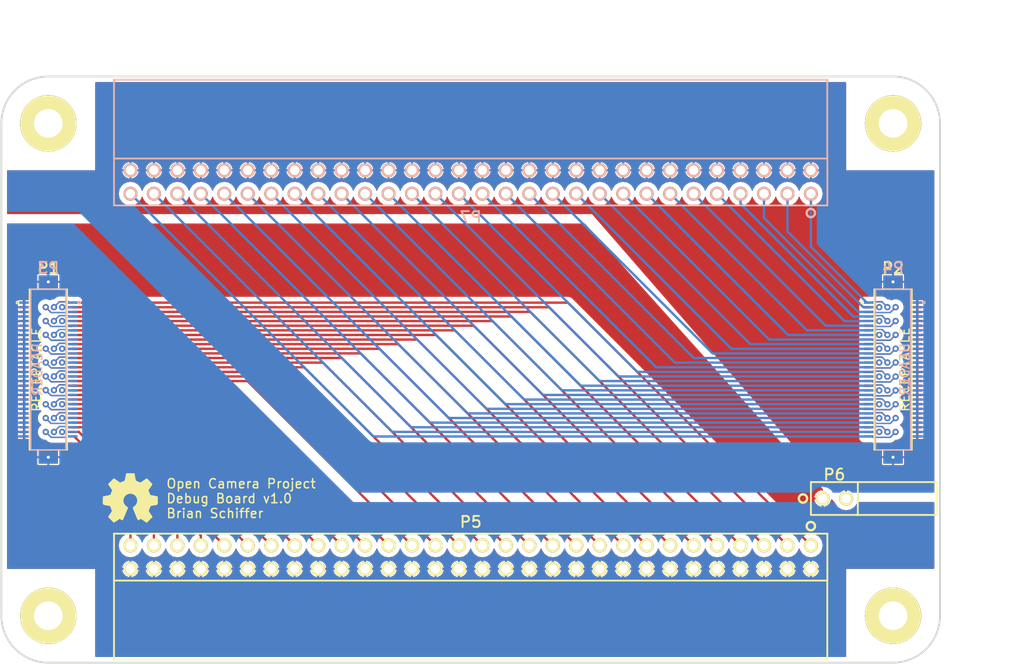
<source format=kicad_pcb>
(kicad_pcb (version 4) (host pcbnew "(2015-04-19 BZR 5613)-product")
  (title_block (title "Debug Board") (date "Monday, June 08, 2015") (rev 1.0) (company "Open Camera Project") (comment 1 "Author: Brian Schiffer"))
  (layers (0 F.Cu signal hide) (1 F_inner.Cu signal hide) (2 B_inner.Cu signal) (31 B.Cu signal hide) (34 B.Paste user hide) (35 F.Paste user hide) (36 B.SilkS user) (37 F.SilkS user) (38 B.Mask user) (39 F.Mask user) (44 Edge.Cuts user))
  (net 0 "")
  (net 1 GNDD)
  (net 2 /connectors/L1)
  (net 3 /connectors/L2)
  (net 4 /connectors/L3)
  (net 5 /connectors/L4)
  (net 6 /connectors/L5)
  (net 7 /connectors/L6)
  (net 8 /connectors/L7)
  (net 9 /connectors/L8)
  (net 10 /connectors/L9)
  (net 11 /connectors/L10)
  (net 12 /connectors/L11)
  (net 13 /connectors/L12)
  (net 14 /connectors/L13)
  (net 15 /connectors/L14)
  (net 16 /connectors/L15)
  (net 17 /connectors/L16)
  (net 18 /connectors/L17)
  (net 19 /connectors/L18)
  (net 20 /connectors/L19)
  (net 21 /connectors/L20)
  (net 22 /connectors/L21)
  (net 23 /connectors/L22)
  (net 24 /connectors/L23)
  (net 25 /connectors/L24)
  (net 26 /connectors/L25)
  (net 27 /connectors/L26)
  (net 28 /connectors/L27)
  (net 29 /connectors/L28)
  (net 30 /connectors/L29)
  (net 31 /connectors/L30)
  (net 32 GNDA)
  (net 33 /connectors/R1)
  (net 34 /connectors/R2)
  (net 35 /connectors/R3)
  (net 36 /connectors/R4)
  (net 37 /connectors/R5)
  (net 38 /connectors/R6)
  (net 39 /connectors/R7)
  (net 40 /connectors/R8)
  (net 41 /connectors/R9)
  (net 42 /connectors/R10)
  (net 43 /connectors/R11)
  (net 44 /connectors/R12)
  (net 45 /connectors/R13)
  (net 46 /connectors/R14)
  (net 47 /connectors/R15)
  (net 48 /connectors/R16)
  (net 49 /connectors/R17)
  (net 50 /connectors/R18)
  (net 51 /connectors/R19)
  (net 52 /connectors/R20)
  (net 53 /connectors/R21)
  (net 54 /connectors/R22)
  (net 55 /connectors/R23)
  (net 56 /connectors/R24)
  (net 57 /connectors/R25)
  (net 58 /connectors/R26)
  (net 59 /connectors/R27)
  (net 60 /connectors/R28)
  (net 61 /connectors/R29)
  (net 62 /connectors/R30)
  (module OpenCamera:oshw_logo (layer F.Cu) (at 102.87 121.92)
    (fp_text reference "" hide)
    (fp_text value "" hide)
  )
  (module OpenCamera:MOUNTING_HOLE (layer F.Cu) (at 94.615 134.874)
    (fp_text reference "" hide)
    (fp_text value "" hide)
    (pad 1 thru_hole oval (at -0.635 -0.254) (size 6.1 6.1) (drill 3.1) (layers *.Cu *.Mask F.SilkS))
  )
  (module OpenCamera:MOUNTING_HOLE (layer F.Cu) (at 95.631 83.439)
    (fp_text reference "" hide)
    (fp_text value "" hide)
    (pad 1 thru_hole oval (at -1.651 -2.159) (size 6.1 6.1) (drill 3.1) (layers *.Cu *.Mask F.SilkS))
  )
  (module OpenCamera:MOUNTING_HOLE (layer F.Cu) (at 184.531 82.169)
    (fp_text reference "" hide)
    (fp_text value "" hide)
    (pad 1 thru_hole oval (at 0.889 -0.889) (size 6.1 6.1) (drill 3.1) (layers *.Cu *.Mask F.SilkS))
  )
  (module OpenCamera:MOUNTING_HOLE (layer F.Cu) (at 183.007 133.604)
    (fp_text reference "" hide)
    (fp_text value "" hide)
    (pad 1 thru_hole oval (at 2.413 1.016) (size 6.1 6.1) (drill 3.1) (layers *.Cu *.Mask F.SilkS))
  )
  (module OpenCamera:DF17_60_RECEPTACLE (layer F.Cu) (at 93.98 107.95)
    (fp_text reference P1 (at 0 -11) (layer F.SilkS) (effects (font (size 1.2 1.2) (thickness 0.2))))
    (fp_text value CONN_LEFT_TOP hide)
    (fp_text user RECEPTACLE (at -1.27 0 90) (layer F.SilkS))
    (pad "" smd rect (at 0 9.5) (size 2.1 1.4) (layers F.Cu F.Paste F.Mask) (net 1 GNDD))
    (pad 1 smd rect (at -2.65 -7.25) (size 1 0.25) (layers F.Cu F.Paste F.Mask) (net 1 GNDD))
    (pad 3 smd rect (at -2.65 -6.75) (size 1 0.25) (layers F.Cu F.Paste F.Mask) (net 1 GNDD))
    (pad 5 smd rect (at -2.65 -6.25) (size 1 0.25) (layers F.Cu F.Paste F.Mask) (net 1 GNDD))
    (pad 7 smd rect (at -2.65 -5.75) (size 1 0.25) (layers F.Cu F.Paste F.Mask) (net 1 GNDD))
    (pad 9 smd rect (at -2.65 -5.25) (size 1 0.25) (layers F.Cu F.Paste F.Mask) (net 1 GNDD))
    (pad 11 smd rect (at -2.65 -4.75) (size 1 0.25) (layers F.Cu F.Paste F.Mask) (net 1 GNDD))
    (pad 13 smd rect (at -2.65 -4.25) (size 1 0.25) (layers F.Cu F.Paste F.Mask) (net 1 GNDD))
    (pad 15 smd rect (at -2.65 -3.75) (size 1 0.25) (layers F.Cu F.Paste F.Mask) (net 1 GNDD))
    (pad 17 smd rect (at -2.65 -3.25) (size 1 0.25) (layers F.Cu F.Paste F.Mask) (net 1 GNDD))
    (pad 19 smd rect (at -2.65 -2.75) (size 1 0.25) (layers F.Cu F.Paste F.Mask) (net 1 GNDD))
    (pad 21 smd rect (at -2.65 -2.25) (size 1 0.25) (layers F.Cu F.Paste F.Mask) (net 1 GNDD))
    (pad 23 smd rect (at -2.65 -1.75) (size 1 0.25) (layers F.Cu F.Paste F.Mask) (net 1 GNDD))
    (pad 25 smd rect (at -2.65 -1.25) (size 1 0.25) (layers F.Cu F.Paste F.Mask) (net 1 GNDD))
    (pad 27 smd rect (at -2.65 -0.75) (size 1 0.25) (layers F.Cu F.Paste F.Mask) (net 1 GNDD))
    (pad 29 smd rect (at -2.65 -0.25) (size 1 0.25) (layers F.Cu F.Paste F.Mask) (net 1 GNDD))
    (pad 31 smd rect (at -2.65 0.25) (size 1 0.25) (layers F.Cu F.Paste F.Mask) (net 1 GNDD))
    (pad 33 smd rect (at -2.65 0.75) (size 1 0.25) (layers F.Cu F.Paste F.Mask) (net 1 GNDD))
    (pad 35 smd rect (at -2.65 1.25) (size 1 0.25) (layers F.Cu F.Paste F.Mask) (net 1 GNDD))
    (pad 37 smd rect (at -2.65 1.75) (size 1 0.25) (layers F.Cu F.Paste F.Mask) (net 1 GNDD))
    (pad 39 smd rect (at -2.65 2.25) (size 1 0.25) (layers F.Cu F.Paste F.Mask) (net 1 GNDD))
    (pad 41 smd rect (at -2.65 2.75) (size 1 0.25) (layers F.Cu F.Paste F.Mask) (net 1 GNDD))
    (pad 43 smd rect (at -2.65 3.25) (size 1 0.25) (layers F.Cu F.Paste F.Mask) (net 1 GNDD))
    (pad 45 smd rect (at -2.65 3.75) (size 1 0.25) (layers F.Cu F.Paste F.Mask) (net 1 GNDD))
    (pad 47 smd rect (at -2.65 4.25) (size 1 0.25) (layers F.Cu F.Paste F.Mask) (net 1 GNDD))
    (pad 49 smd rect (at -2.65 4.75) (size 1 0.25) (layers F.Cu F.Paste F.Mask) (net 1 GNDD))
    (pad 51 smd rect (at -2.65 5.25) (size 1 0.25) (layers F.Cu F.Paste F.Mask) (net 1 GNDD))
    (pad 53 smd rect (at -2.65 5.75) (size 1 0.25) (layers F.Cu F.Paste F.Mask) (net 1 GNDD))
    (pad 55 smd rect (at -2.65 6.25) (size 1 0.25) (layers F.Cu F.Paste F.Mask) (net 1 GNDD))
    (pad 57 smd rect (at -2.65 6.75) (size 1 0.25) (layers F.Cu F.Paste F.Mask) (net 1 GNDD))
    (pad 59 smd rect (at -2.65 7.25) (size 1 0.25) (layers F.Cu F.Paste F.Mask) (net 1 GNDD))
    (pad 2 smd rect (at 2.65 -7.25) (size 1 0.25) (layers F.Cu F.Paste F.Mask) (net 2 /connectors/L1))
    (pad 4 smd rect (at 2.65 -6.75) (size 1 0.25) (layers F.Cu F.Paste F.Mask) (net 3 /connectors/L2))
    (pad 6 smd rect (at 2.65 -6.25) (size 1 0.25) (layers F.Cu F.Paste F.Mask) (net 4 /connectors/L3))
    (pad 8 smd rect (at 2.65 -5.75) (size 1 0.25) (layers F.Cu F.Paste F.Mask) (net 5 /connectors/L4))
    (pad 10 smd rect (at 2.65 -5.25) (size 1 0.25) (layers F.Cu F.Paste F.Mask) (net 6 /connectors/L5))
    (pad 12 smd rect (at 2.65 -4.75) (size 1 0.25) (layers F.Cu F.Paste F.Mask) (net 7 /connectors/L6))
    (pad 14 smd rect (at 2.65 -4.25) (size 1 0.25) (layers F.Cu F.Paste F.Mask) (net 8 /connectors/L7))
    (pad 16 smd rect (at 2.65 -3.75) (size 1 0.25) (layers F.Cu F.Paste F.Mask) (net 9 /connectors/L8))
    (pad 18 smd rect (at 2.65 -3.25) (size 1 0.25) (layers F.Cu F.Paste F.Mask) (net 10 /connectors/L9))
    (pad 20 smd rect (at 2.65 -2.75) (size 1 0.25) (layers F.Cu F.Paste F.Mask) (net 11 /connectors/L10))
    (pad 22 smd rect (at 2.65 -2.25) (size 1 0.25) (layers F.Cu F.Paste F.Mask) (net 12 /connectors/L11))
    (pad 24 smd rect (at 2.65 -1.75) (size 1 0.25) (layers F.Cu F.Paste F.Mask) (net 13 /connectors/L12))
    (pad 26 smd rect (at 2.65 -1.25) (size 1 0.25) (layers F.Cu F.Paste F.Mask) (net 14 /connectors/L13))
    (pad 28 smd rect (at 2.65 -0.75) (size 1 0.25) (layers F.Cu F.Paste F.Mask) (net 15 /connectors/L14))
    (pad 30 smd rect (at 2.65 -0.25) (size 1 0.25) (layers F.Cu F.Paste F.Mask) (net 16 /connectors/L15))
    (pad 32 smd rect (at 2.65 0.25) (size 1 0.25) (layers F.Cu F.Paste F.Mask) (net 17 /connectors/L16))
    (pad 34 smd rect (at 2.65 0.75) (size 1 0.25) (layers F.Cu F.Paste F.Mask) (net 18 /connectors/L17))
    (pad 36 smd rect (at 2.65 1.25) (size 1 0.25) (layers F.Cu F.Paste F.Mask) (net 19 /connectors/L18))
    (pad 38 smd rect (at 2.65 1.75) (size 1 0.25) (layers F.Cu F.Paste F.Mask) (net 20 /connectors/L19))
    (pad 40 smd rect (at 2.65 2.25) (size 1 0.25) (layers F.Cu F.Paste F.Mask) (net 21 /connectors/L20))
    (pad 42 smd rect (at 2.65 2.75) (size 1 0.25) (layers F.Cu F.Paste F.Mask) (net 22 /connectors/L21))
    (pad 44 smd rect (at 2.65 3.25) (size 1 0.25) (layers F.Cu F.Paste F.Mask) (net 23 /connectors/L22))
    (pad 46 smd rect (at 2.65 3.75) (size 1 0.25) (layers F.Cu F.Paste F.Mask) (net 24 /connectors/L23))
    (pad 48 smd rect (at 2.65 4.25) (size 1 0.25) (layers F.Cu F.Paste F.Mask) (net 25 /connectors/L24))
    (pad 50 smd rect (at 2.65 4.75) (size 1 0.25) (layers F.Cu F.Paste F.Mask) (net 26 /connectors/L25))
    (pad 52 smd rect (at 2.65 5.25) (size 1 0.25) (layers F.Cu F.Paste F.Mask) (net 27 /connectors/L26))
    (pad 54 smd rect (at 2.65 5.75) (size 1 0.25) (layers F.Cu F.Paste F.Mask) (net 28 /connectors/L27))
    (pad 56 smd rect (at 2.65 6.25) (size 1 0.25) (layers F.Cu F.Paste F.Mask) (net 29 /connectors/L28))
    (pad 58 smd rect (at 2.65 6.75) (size 1 0.25) (layers F.Cu F.Paste F.Mask) (net 30 /connectors/L29))
    (pad 60 smd rect (at 2.65 7.25) (size 1 0.25) (layers F.Cu F.Paste F.Mask) (net 31 /connectors/L30))
    (pad "" smd rect (at 0 -9.5) (size 2.1 1.4) (layers F.Cu F.Paste F.Mask) (net 1 GNDD))
  )
  (module OpenCamera:DF17_60_HEADER (layer B.Cu) (at 93.98 107.95 180)
    (fp_text reference P3 (at 0 11 180) (layer B.SilkS) (effects (font (size 1.2 1.2) (thickness 0.2)) (justify mirror)))
    (fp_text value CONN_LEFT_BOTTOM hide)
    (fp_text user HEADER (at 1.1684 0 270) (layer B.SilkS) (effects (justify mirror)))
    (pad "" smd rect (at 0 -9.5 180) (size 2.1 1.4) (layers B.Cu B.Paste B.Mask) (net 1 GNDD))
    (pad 1 smd rect (at -2.575 7.25 180) (size 1.15 0.25) (layers B.Cu B.Paste B.Mask) (net 2 /connectors/L1))
    (pad 3 smd rect (at -2.575 6.75 180) (size 1.15 0.25) (layers B.Cu B.Paste B.Mask) (net 3 /connectors/L2))
    (pad 5 smd rect (at -2.575 6.25 180) (size 1.15 0.25) (layers B.Cu B.Paste B.Mask) (net 4 /connectors/L3))
    (pad 7 smd rect (at -2.575 5.75 180) (size 1.15 0.25) (layers B.Cu B.Paste B.Mask) (net 5 /connectors/L4))
    (pad 9 smd rect (at -2.575 5.25 180) (size 1.15 0.25) (layers B.Cu B.Paste B.Mask) (net 6 /connectors/L5))
    (pad 11 smd rect (at -2.575 4.75 180) (size 1.15 0.25) (layers B.Cu B.Paste B.Mask) (net 7 /connectors/L6))
    (pad 13 smd rect (at -2.575 4.25 180) (size 1.15 0.25) (layers B.Cu B.Paste B.Mask) (net 8 /connectors/L7))
    (pad 15 smd rect (at -2.575 3.75 180) (size 1.15 0.25) (layers B.Cu B.Paste B.Mask) (net 9 /connectors/L8))
    (pad 17 smd rect (at -2.575 3.25 180) (size 1.15 0.25) (layers B.Cu B.Paste B.Mask) (net 10 /connectors/L9))
    (pad 19 smd rect (at -2.575 2.75 180) (size 1.15 0.25) (layers B.Cu B.Paste B.Mask) (net 11 /connectors/L10))
    (pad 21 smd rect (at -2.575 2.25 180) (size 1.15 0.25) (layers B.Cu B.Paste B.Mask) (net 12 /connectors/L11))
    (pad 23 smd rect (at -2.575 1.75 180) (size 1.15 0.25) (layers B.Cu B.Paste B.Mask) (net 13 /connectors/L12))
    (pad 25 smd rect (at -2.575 1.25 180) (size 1.15 0.25) (layers B.Cu B.Paste B.Mask) (net 14 /connectors/L13))
    (pad 27 smd rect (at -2.575 0.75 180) (size 1.15 0.25) (layers B.Cu B.Paste B.Mask) (net 15 /connectors/L14))
    (pad 29 smd rect (at -2.575 0.25 180) (size 1.15 0.25) (layers B.Cu B.Paste B.Mask) (net 16 /connectors/L15))
    (pad 31 smd rect (at -2.575 -0.25 180) (size 1.15 0.25) (layers B.Cu B.Paste B.Mask) (net 17 /connectors/L16))
    (pad 33 smd rect (at -2.575 -0.75 180) (size 1.15 0.25) (layers B.Cu B.Paste B.Mask) (net 18 /connectors/L17))
    (pad 35 smd rect (at -2.575 -1.25 180) (size 1.15 0.25) (layers B.Cu B.Paste B.Mask) (net 19 /connectors/L18))
    (pad 37 smd rect (at -2.575 -1.75 180) (size 1.15 0.25) (layers B.Cu B.Paste B.Mask) (net 20 /connectors/L19))
    (pad 39 smd rect (at -2.575 -2.25 180) (size 1.15 0.25) (layers B.Cu B.Paste B.Mask) (net 21 /connectors/L20))
    (pad 41 smd rect (at -2.575 -2.75 180) (size 1.15 0.25) (layers B.Cu B.Paste B.Mask) (net 22 /connectors/L21))
    (pad 43 smd rect (at -2.575 -3.25 180) (size 1.15 0.25) (layers B.Cu B.Paste B.Mask) (net 23 /connectors/L22))
    (pad 45 smd rect (at -2.575 -3.75 180) (size 1.15 0.25) (layers B.Cu B.Paste B.Mask) (net 24 /connectors/L23))
    (pad 47 smd rect (at -2.575 -4.25 180) (size 1.15 0.25) (layers B.Cu B.Paste B.Mask) (net 25 /connectors/L24))
    (pad 49 smd rect (at -2.575 -4.75 180) (size 1.15 0.25) (layers B.Cu B.Paste B.Mask) (net 26 /connectors/L25))
    (pad 51 smd rect (at -2.575 -5.25 180) (size 1.15 0.25) (layers B.Cu B.Paste B.Mask) (net 27 /connectors/L26))
    (pad 53 smd rect (at -2.575 -5.75 180) (size 1.15 0.25) (layers B.Cu B.Paste B.Mask) (net 28 /connectors/L27))
    (pad 55 smd rect (at -2.575 -6.25 180) (size 1.15 0.25) (layers B.Cu B.Paste B.Mask) (net 29 /connectors/L28))
    (pad 57 smd rect (at -2.575 -6.75 180) (size 1.15 0.25) (layers B.Cu B.Paste B.Mask) (net 30 /connectors/L29))
    (pad 59 smd rect (at -2.575 -7.25 180) (size 1.15 0.25) (layers B.Cu B.Paste B.Mask) (net 31 /connectors/L30))
    (pad 2 smd rect (at 2.575 7.25 180) (size 1.15 0.25) (layers B.Cu B.Paste B.Mask) (net 1 GNDD))
    (pad 4 smd rect (at 2.575 6.75 180) (size 1.15 0.25) (layers B.Cu B.Paste B.Mask) (net 1 GNDD))
    (pad 6 smd rect (at 2.575 6.25 180) (size 1.15 0.25) (layers B.Cu B.Paste B.Mask) (net 1 GNDD))
    (pad 8 smd rect (at 2.575 5.75 180) (size 1.15 0.25) (layers B.Cu B.Paste B.Mask) (net 1 GNDD))
    (pad 10 smd rect (at 2.575 5.25 180) (size 1.15 0.25) (layers B.Cu B.Paste B.Mask) (net 1 GNDD))
    (pad 12 smd rect (at 2.575 4.75 180) (size 1.15 0.25) (layers B.Cu B.Paste B.Mask) (net 1 GNDD))
    (pad 14 smd rect (at 2.575 4.25 180) (size 1.15 0.25) (layers B.Cu B.Paste B.Mask) (net 1 GNDD))
    (pad 16 smd rect (at 2.575 3.75 180) (size 1.15 0.25) (layers B.Cu B.Paste B.Mask) (net 1 GNDD))
    (pad 18 smd rect (at 2.575 3.25 180) (size 1.15 0.25) (layers B.Cu B.Paste B.Mask) (net 1 GNDD))
    (pad 20 smd rect (at 2.575 2.75 180) (size 1.15 0.25) (layers B.Cu B.Paste B.Mask) (net 1 GNDD))
    (pad 22 smd rect (at 2.575 2.25 180) (size 1.15 0.25) (layers B.Cu B.Paste B.Mask) (net 1 GNDD))
    (pad 24 smd rect (at 2.575 1.75 180) (size 1.15 0.25) (layers B.Cu B.Paste B.Mask) (net 1 GNDD))
    (pad 26 smd rect (at 2.575 1.25 180) (size 1.15 0.25) (layers B.Cu B.Paste B.Mask) (net 1 GNDD))
    (pad 28 smd rect (at 2.575 0.75 180) (size 1.15 0.25) (layers B.Cu B.Paste B.Mask) (net 1 GNDD))
    (pad 30 smd rect (at 2.575 0.25 180) (size 1.15 0.25) (layers B.Cu B.Paste B.Mask) (net 1 GNDD))
    (pad 32 smd rect (at 2.575 -0.25 180) (size 1.15 0.25) (layers B.Cu B.Paste B.Mask) (net 1 GNDD))
    (pad 34 smd rect (at 2.575 -0.75 180) (size 1.15 0.25) (layers B.Cu B.Paste B.Mask) (net 1 GNDD))
    (pad 36 smd rect (at 2.575 -1.25 180) (size 1.15 0.25) (layers B.Cu B.Paste B.Mask) (net 1 GNDD))
    (pad 38 smd rect (at 2.575 -1.75 180) (size 1.15 0.25) (layers B.Cu B.Paste B.Mask) (net 1 GNDD))
    (pad 40 smd rect (at 2.575 -2.25 180) (size 1.15 0.25) (layers B.Cu B.Paste B.Mask) (net 1 GNDD))
    (pad 42 smd rect (at 2.575 -2.75 180) (size 1.15 0.25) (layers B.Cu B.Paste B.Mask) (net 1 GNDD))
    (pad 44 smd rect (at 2.575 -3.25 180) (size 1.15 0.25) (layers B.Cu B.Paste B.Mask) (net 1 GNDD))
    (pad 46 smd rect (at 2.575 -3.75 180) (size 1.15 0.25) (layers B.Cu B.Paste B.Mask) (net 1 GNDD))
    (pad 48 smd rect (at 2.575 -4.25 180) (size 1.15 0.25) (layers B.Cu B.Paste B.Mask) (net 1 GNDD))
    (pad 50 smd rect (at 2.575 -4.75 180) (size 1.15 0.25) (layers B.Cu B.Paste B.Mask) (net 1 GNDD))
    (pad 52 smd rect (at 2.575 -5.25 180) (size 1.15 0.25) (layers B.Cu B.Paste B.Mask) (net 1 GNDD))
    (pad 54 smd rect (at 2.575 -5.75 180) (size 1.15 0.25) (layers B.Cu B.Paste B.Mask) (net 1 GNDD))
    (pad 56 smd rect (at 2.575 -6.25 180) (size 1.15 0.25) (layers B.Cu B.Paste B.Mask) (net 1 GNDD))
    (pad 58 smd rect (at 2.575 -6.75 180) (size 1.15 0.25) (layers B.Cu B.Paste B.Mask) (net 1 GNDD))
    (pad 60 smd rect (at 2.575 -7.25 180) (size 1.15 0.25) (layers B.Cu B.Paste B.Mask) (net 1 GNDD))
    (pad "" smd rect (at 0 9.5 180) (size 2.1 1.4) (layers B.Cu B.Paste B.Mask) (net 1 GNDD))
  )
  (module OpenCamera:DF17_60_RECEPTACLE (layer F.Cu) (at 185.42 107.95)
    (fp_text reference P2 (at 0 -11) (layer F.SilkS) (effects (font (size 1.2 1.2) (thickness 0.2))))
    (fp_text value CONN_RIGHT_TOP hide)
    (fp_text user RECEPTACLE (at 1.27 0 90) (layer F.SilkS))
    (pad "" smd rect (at 0 9.5) (size 2.1 1.4) (layers F.Cu F.Paste F.Mask) (net 32 GNDA))
    (pad 1 smd rect (at -2.65 -7.25) (size 1 0.25) (layers F.Cu F.Paste F.Mask) (net 33 /connectors/R1))
    (pad 3 smd rect (at -2.65 -6.75) (size 1 0.25) (layers F.Cu F.Paste F.Mask) (net 34 /connectors/R2))
    (pad 5 smd rect (at -2.65 -6.25) (size 1 0.25) (layers F.Cu F.Paste F.Mask) (net 35 /connectors/R3))
    (pad 7 smd rect (at -2.65 -5.75) (size 1 0.25) (layers F.Cu F.Paste F.Mask) (net 36 /connectors/R4))
    (pad 9 smd rect (at -2.65 -5.25) (size 1 0.25) (layers F.Cu F.Paste F.Mask) (net 37 /connectors/R5))
    (pad 11 smd rect (at -2.65 -4.75) (size 1 0.25) (layers F.Cu F.Paste F.Mask) (net 38 /connectors/R6))
    (pad 13 smd rect (at -2.65 -4.25) (size 1 0.25) (layers F.Cu F.Paste F.Mask) (net 39 /connectors/R7))
    (pad 15 smd rect (at -2.65 -3.75) (size 1 0.25) (layers F.Cu F.Paste F.Mask) (net 40 /connectors/R8))
    (pad 17 smd rect (at -2.65 -3.25) (size 1 0.25) (layers F.Cu F.Paste F.Mask) (net 41 /connectors/R9))
    (pad 19 smd rect (at -2.65 -2.75) (size 1 0.25) (layers F.Cu F.Paste F.Mask) (net 42 /connectors/R10))
    (pad 21 smd rect (at -2.65 -2.25) (size 1 0.25) (layers F.Cu F.Paste F.Mask) (net 43 /connectors/R11))
    (pad 23 smd rect (at -2.65 -1.75) (size 1 0.25) (layers F.Cu F.Paste F.Mask) (net 44 /connectors/R12))
    (pad 25 smd rect (at -2.65 -1.25) (size 1 0.25) (layers F.Cu F.Paste F.Mask) (net 45 /connectors/R13))
    (pad 27 smd rect (at -2.65 -0.75) (size 1 0.25) (layers F.Cu F.Paste F.Mask) (net 46 /connectors/R14))
    (pad 29 smd rect (at -2.65 -0.25) (size 1 0.25) (layers F.Cu F.Paste F.Mask) (net 47 /connectors/R15))
    (pad 31 smd rect (at -2.65 0.25) (size 1 0.25) (layers F.Cu F.Paste F.Mask) (net 48 /connectors/R16))
    (pad 33 smd rect (at -2.65 0.75) (size 1 0.25) (layers F.Cu F.Paste F.Mask) (net 49 /connectors/R17))
    (pad 35 smd rect (at -2.65 1.25) (size 1 0.25) (layers F.Cu F.Paste F.Mask) (net 50 /connectors/R18))
    (pad 37 smd rect (at -2.65 1.75) (size 1 0.25) (layers F.Cu F.Paste F.Mask) (net 51 /connectors/R19))
    (pad 39 smd rect (at -2.65 2.25) (size 1 0.25) (layers F.Cu F.Paste F.Mask) (net 52 /connectors/R20))
    (pad 41 smd rect (at -2.65 2.75) (size 1 0.25) (layers F.Cu F.Paste F.Mask) (net 53 /connectors/R21))
    (pad 43 smd rect (at -2.65 3.25) (size 1 0.25) (layers F.Cu F.Paste F.Mask) (net 54 /connectors/R22))
    (pad 45 smd rect (at -2.65 3.75) (size 1 0.25) (layers F.Cu F.Paste F.Mask) (net 55 /connectors/R23))
    (pad 47 smd rect (at -2.65 4.25) (size 1 0.25) (layers F.Cu F.Paste F.Mask) (net 56 /connectors/R24))
    (pad 49 smd rect (at -2.65 4.75) (size 1 0.25) (layers F.Cu F.Paste F.Mask) (net 57 /connectors/R25))
    (pad 51 smd rect (at -2.65 5.25) (size 1 0.25) (layers F.Cu F.Paste F.Mask) (net 58 /connectors/R26))
    (pad 53 smd rect (at -2.65 5.75) (size 1 0.25) (layers F.Cu F.Paste F.Mask) (net 59 /connectors/R27))
    (pad 55 smd rect (at -2.65 6.25) (size 1 0.25) (layers F.Cu F.Paste F.Mask) (net 60 /connectors/R28))
    (pad 57 smd rect (at -2.65 6.75) (size 1 0.25) (layers F.Cu F.Paste F.Mask) (net 61 /connectors/R29))
    (pad 59 smd rect (at -2.65 7.25) (size 1 0.25) (layers F.Cu F.Paste F.Mask) (net 62 /connectors/R30))
    (pad 2 smd rect (at 2.65 -7.25) (size 1 0.25) (layers F.Cu F.Paste F.Mask) (net 32 GNDA))
    (pad 4 smd rect (at 2.65 -6.75) (size 1 0.25) (layers F.Cu F.Paste F.Mask) (net 32 GNDA))
    (pad 6 smd rect (at 2.65 -6.25) (size 1 0.25) (layers F.Cu F.Paste F.Mask) (net 32 GNDA))
    (pad 8 smd rect (at 2.65 -5.75) (size 1 0.25) (layers F.Cu F.Paste F.Mask) (net 32 GNDA))
    (pad 10 smd rect (at 2.65 -5.25) (size 1 0.25) (layers F.Cu F.Paste F.Mask) (net 32 GNDA))
    (pad 12 smd rect (at 2.65 -4.75) (size 1 0.25) (layers F.Cu F.Paste F.Mask) (net 32 GNDA))
    (pad 14 smd rect (at 2.65 -4.25) (size 1 0.25) (layers F.Cu F.Paste F.Mask) (net 32 GNDA))
    (pad 16 smd rect (at 2.65 -3.75) (size 1 0.25) (layers F.Cu F.Paste F.Mask) (net 32 GNDA))
    (pad 18 smd rect (at 2.65 -3.25) (size 1 0.25) (layers F.Cu F.Paste F.Mask) (net 32 GNDA))
    (pad 20 smd rect (at 2.65 -2.75) (size 1 0.25) (layers F.Cu F.Paste F.Mask) (net 32 GNDA))
    (pad 22 smd rect (at 2.65 -2.25) (size 1 0.25) (layers F.Cu F.Paste F.Mask) (net 32 GNDA))
    (pad 24 smd rect (at 2.65 -1.75) (size 1 0.25) (layers F.Cu F.Paste F.Mask) (net 32 GNDA))
    (pad 26 smd rect (at 2.65 -1.25) (size 1 0.25) (layers F.Cu F.Paste F.Mask) (net 32 GNDA))
    (pad 28 smd rect (at 2.65 -0.75) (size 1 0.25) (layers F.Cu F.Paste F.Mask) (net 32 GNDA))
    (pad 30 smd rect (at 2.65 -0.25) (size 1 0.25) (layers F.Cu F.Paste F.Mask) (net 32 GNDA))
    (pad 32 smd rect (at 2.65 0.25) (size 1 0.25) (layers F.Cu F.Paste F.Mask) (net 32 GNDA))
    (pad 34 smd rect (at 2.65 0.75) (size 1 0.25) (layers F.Cu F.Paste F.Mask) (net 32 GNDA))
    (pad 36 smd rect (at 2.65 1.25) (size 1 0.25) (layers F.Cu F.Paste F.Mask) (net 32 GNDA))
    (pad 38 smd rect (at 2.65 1.75) (size 1 0.25) (layers F.Cu F.Paste F.Mask) (net 32 GNDA))
    (pad 40 smd rect (at 2.65 2.25) (size 1 0.25) (layers F.Cu F.Paste F.Mask) (net 32 GNDA))
    (pad 42 smd rect (at 2.65 2.75) (size 1 0.25) (layers F.Cu F.Paste F.Mask) (net 32 GNDA))
    (pad 44 smd rect (at 2.65 3.25) (size 1 0.25) (layers F.Cu F.Paste F.Mask) (net 32 GNDA))
    (pad 46 smd rect (at 2.65 3.75) (size 1 0.25) (layers F.Cu F.Paste F.Mask) (net 32 GNDA))
    (pad 48 smd rect (at 2.65 4.25) (size 1 0.25) (layers F.Cu F.Paste F.Mask) (net 32 GNDA))
    (pad 50 smd rect (at 2.65 4.75) (size 1 0.25) (layers F.Cu F.Paste F.Mask) (net 32 GNDA))
    (pad 52 smd rect (at 2.65 5.25) (size 1 0.25) (layers F.Cu F.Paste F.Mask) (net 32 GNDA))
    (pad 54 smd rect (at 2.65 5.75) (size 1 0.25) (layers F.Cu F.Paste F.Mask) (net 32 GNDA))
    (pad 56 smd rect (at 2.65 6.25) (size 1 0.25) (layers F.Cu F.Paste F.Mask) (net 32 GNDA))
    (pad 58 smd rect (at 2.65 6.75) (size 1 0.25) (layers F.Cu F.Paste F.Mask) (net 32 GNDA))
    (pad 60 smd rect (at 2.65 7.25) (size 1 0.25) (layers F.Cu F.Paste F.Mask) (net 32 GNDA))
    (pad "" smd rect (at 0 -9.5) (size 2.1 1.4) (layers F.Cu F.Paste F.Mask) (net 32 GNDA))
  )
  (module OpenCamera:DF17_60_HEADER (layer B.Cu) (at 185.42 107.95 180)
    (fp_text reference P4 (at 0 11 180) (layer B.SilkS) (effects (font (size 1.2 1.2) (thickness 0.2)) (justify mirror)))
    (fp_text value CONN_RIGHT_BOTTOM hide)
    (fp_text user HEADER (at -1.27 0 270) (layer B.SilkS) (effects (justify mirror)))
    (pad "" smd rect (at 0 -9.5 180) (size 2.1 1.4) (layers B.Cu B.Paste B.Mask) (net 32 GNDA))
    (pad 1 smd rect (at -2.575 7.25 180) (size 1.15 0.25) (layers B.Cu B.Paste B.Mask) (net 32 GNDA))
    (pad 3 smd rect (at -2.575 6.75 180) (size 1.15 0.25) (layers B.Cu B.Paste B.Mask) (net 32 GNDA))
    (pad 5 smd rect (at -2.575 6.25 180) (size 1.15 0.25) (layers B.Cu B.Paste B.Mask) (net 32 GNDA))
    (pad 7 smd rect (at -2.575 5.75 180) (size 1.15 0.25) (layers B.Cu B.Paste B.Mask) (net 32 GNDA))
    (pad 9 smd rect (at -2.575 5.25 180) (size 1.15 0.25) (layers B.Cu B.Paste B.Mask) (net 32 GNDA))
    (pad 11 smd rect (at -2.575 4.75 180) (size 1.15 0.25) (layers B.Cu B.Paste B.Mask) (net 32 GNDA))
    (pad 13 smd rect (at -2.575 4.25 180) (size 1.15 0.25) (layers B.Cu B.Paste B.Mask) (net 32 GNDA))
    (pad 15 smd rect (at -2.575 3.75 180) (size 1.15 0.25) (layers B.Cu B.Paste B.Mask) (net 32 GNDA))
    (pad 17 smd rect (at -2.575 3.25 180) (size 1.15 0.25) (layers B.Cu B.Paste B.Mask) (net 32 GNDA))
    (pad 19 smd rect (at -2.575 2.75 180) (size 1.15 0.25) (layers B.Cu B.Paste B.Mask) (net 32 GNDA))
    (pad 21 smd rect (at -2.575 2.25 180) (size 1.15 0.25) (layers B.Cu B.Paste B.Mask) (net 32 GNDA))
    (pad 23 smd rect (at -2.575 1.75 180) (size 1.15 0.25) (layers B.Cu B.Paste B.Mask) (net 32 GNDA))
    (pad 25 smd rect (at -2.575 1.25 180) (size 1.15 0.25) (layers B.Cu B.Paste B.Mask) (net 32 GNDA))
    (pad 27 smd rect (at -2.575 0.75 180) (size 1.15 0.25) (layers B.Cu B.Paste B.Mask) (net 32 GNDA))
    (pad 29 smd rect (at -2.575 0.25 180) (size 1.15 0.25) (layers B.Cu B.Paste B.Mask) (net 32 GNDA))
    (pad 31 smd rect (at -2.575 -0.25 180) (size 1.15 0.25) (layers B.Cu B.Paste B.Mask) (net 32 GNDA))
    (pad 33 smd rect (at -2.575 -0.75 180) (size 1.15 0.25) (layers B.Cu B.Paste B.Mask) (net 32 GNDA))
    (pad 35 smd rect (at -2.575 -1.25 180) (size 1.15 0.25) (layers B.Cu B.Paste B.Mask) (net 32 GNDA))
    (pad 37 smd rect (at -2.575 -1.75 180) (size 1.15 0.25) (layers B.Cu B.Paste B.Mask) (net 32 GNDA))
    (pad 39 smd rect (at -2.575 -2.25 180) (size 1.15 0.25) (layers B.Cu B.Paste B.Mask) (net 32 GNDA))
    (pad 41 smd rect (at -2.575 -2.75 180) (size 1.15 0.25) (layers B.Cu B.Paste B.Mask) (net 32 GNDA))
    (pad 43 smd rect (at -2.575 -3.25 180) (size 1.15 0.25) (layers B.Cu B.Paste B.Mask) (net 32 GNDA))
    (pad 45 smd rect (at -2.575 -3.75 180) (size 1.15 0.25) (layers B.Cu B.Paste B.Mask) (net 32 GNDA))
    (pad 47 smd rect (at -2.575 -4.25 180) (size 1.15 0.25) (layers B.Cu B.Paste B.Mask) (net 32 GNDA))
    (pad 49 smd rect (at -2.575 -4.75 180) (size 1.15 0.25) (layers B.Cu B.Paste B.Mask) (net 32 GNDA))
    (pad 51 smd rect (at -2.575 -5.25 180) (size 1.15 0.25) (layers B.Cu B.Paste B.Mask) (net 32 GNDA))
    (pad 53 smd rect (at -2.575 -5.75 180) (size 1.15 0.25) (layers B.Cu B.Paste B.Mask) (net 32 GNDA))
    (pad 55 smd rect (at -2.575 -6.25 180) (size 1.15 0.25) (layers B.Cu B.Paste B.Mask) (net 32 GNDA))
    (pad 57 smd rect (at -2.575 -6.75 180) (size 1.15 0.25) (layers B.Cu B.Paste B.Mask) (net 32 GNDA))
    (pad 59 smd rect (at -2.575 -7.25 180) (size 1.15 0.25) (layers B.Cu B.Paste B.Mask) (net 32 GNDA))
    (pad 2 smd rect (at 2.575 7.25 180) (size 1.15 0.25) (layers B.Cu B.Paste B.Mask) (net 33 /connectors/R1))
    (pad 4 smd rect (at 2.575 6.75 180) (size 1.15 0.25) (layers B.Cu B.Paste B.Mask) (net 34 /connectors/R2))
    (pad 6 smd rect (at 2.575 6.25 180) (size 1.15 0.25) (layers B.Cu B.Paste B.Mask) (net 35 /connectors/R3))
    (pad 8 smd rect (at 2.575 5.75 180) (size 1.15 0.25) (layers B.Cu B.Paste B.Mask) (net 36 /connectors/R4))
    (pad 10 smd rect (at 2.575 5.25 180) (size 1.15 0.25) (layers B.Cu B.Paste B.Mask) (net 37 /connectors/R5))
    (pad 12 smd rect (at 2.575 4.75 180) (size 1.15 0.25) (layers B.Cu B.Paste B.Mask) (net 38 /connectors/R6))
    (pad 14 smd rect (at 2.575 4.25 180) (size 1.15 0.25) (layers B.Cu B.Paste B.Mask) (net 39 /connectors/R7))
    (pad 16 smd rect (at 2.575 3.75 180) (size 1.15 0.25) (layers B.Cu B.Paste B.Mask) (net 40 /connectors/R8))
    (pad 18 smd rect (at 2.575 3.25 180) (size 1.15 0.25) (layers B.Cu B.Paste B.Mask) (net 41 /connectors/R9))
    (pad 20 smd rect (at 2.575 2.75 180) (size 1.15 0.25) (layers B.Cu B.Paste B.Mask) (net 42 /connectors/R10))
    (pad 22 smd rect (at 2.575 2.25 180) (size 1.15 0.25) (layers B.Cu B.Paste B.Mask) (net 43 /connectors/R11))
    (pad 24 smd rect (at 2.575 1.75 180) (size 1.15 0.25) (layers B.Cu B.Paste B.Mask) (net 44 /connectors/R12))
    (pad 26 smd rect (at 2.575 1.25 180) (size 1.15 0.25) (layers B.Cu B.Paste B.Mask) (net 45 /connectors/R13))
    (pad 28 smd rect (at 2.575 0.75 180) (size 1.15 0.25) (layers B.Cu B.Paste B.Mask) (net 46 /connectors/R14))
    (pad 30 smd rect (at 2.575 0.25 180) (size 1.15 0.25) (layers B.Cu B.Paste B.Mask) (net 47 /connectors/R15))
    (pad 32 smd rect (at 2.575 -0.25 180) (size 1.15 0.25) (layers B.Cu B.Paste B.Mask) (net 48 /connectors/R16))
    (pad 34 smd rect (at 2.575 -0.75 180) (size 1.15 0.25) (layers B.Cu B.Paste B.Mask) (net 49 /connectors/R17))
    (pad 36 smd rect (at 2.575 -1.25 180) (size 1.15 0.25) (layers B.Cu B.Paste B.Mask) (net 50 /connectors/R18))
    (pad 38 smd rect (at 2.575 -1.75 180) (size 1.15 0.25) (layers B.Cu B.Paste B.Mask) (net 51 /connectors/R19))
    (pad 40 smd rect (at 2.575 -2.25 180) (size 1.15 0.25) (layers B.Cu B.Paste B.Mask) (net 52 /connectors/R20))
    (pad 42 smd rect (at 2.575 -2.75 180) (size 1.15 0.25) (layers B.Cu B.Paste B.Mask) (net 53 /connectors/R21))
    (pad 44 smd rect (at 2.575 -3.25 180) (size 1.15 0.25) (layers B.Cu B.Paste B.Mask) (net 54 /connectors/R22))
    (pad 46 smd rect (at 2.575 -3.75 180) (size 1.15 0.25) (layers B.Cu B.Paste B.Mask) (net 55 /connectors/R23))
    (pad 48 smd rect (at 2.575 -4.25 180) (size 1.15 0.25) (layers B.Cu B.Paste B.Mask) (net 56 /connectors/R24))
    (pad 50 smd rect (at 2.575 -4.75 180) (size 1.15 0.25) (layers B.Cu B.Paste B.Mask) (net 57 /connectors/R25))
    (pad 52 smd rect (at 2.575 -5.25 180) (size 1.15 0.25) (layers B.Cu B.Paste B.Mask) (net 58 /connectors/R26))
    (pad 54 smd rect (at 2.575 -5.75 180) (size 1.15 0.25) (layers B.Cu B.Paste B.Mask) (net 59 /connectors/R27))
    (pad 56 smd rect (at 2.575 -6.25 180) (size 1.15 0.25) (layers B.Cu B.Paste B.Mask) (net 60 /connectors/R28))
    (pad 58 smd rect (at 2.575 -6.75 180) (size 1.15 0.25) (layers B.Cu B.Paste B.Mask) (net 61 /connectors/R29))
    (pad 60 smd rect (at 2.575 -7.25 180) (size 1.15 0.25) (layers B.Cu B.Paste B.Mask) (net 62 /connectors/R30))
    (pad "" smd rect (at 0 9.5 180) (size 2.1 1.4) (layers B.Cu B.Paste B.Mask) (net 32 GNDA))
  )
  (module OpenCamera:CONN60_RIGHT_ANGLE (layer F.Cu) (at 139.7 128.27 270)
    (fp_text reference P5 (at -3.81 -0.01 360) (layer F.SilkS) (effects (font (size 1.2 1.2) (thickness 0.2))))
    (fp_text value CONN_02X30 hide)
    (pad 1 thru_hole oval (at -1.27 -36.83 270) (size 1.524 1.524) (drill 1.016) (layers *.Cu *.Mask F.SilkS) (net 2 /connectors/L1))
    (pad 3 thru_hole oval (at -1.27 -34.29 270) (size 1.524 1.524) (drill 1.016) (layers *.Cu *.Mask F.SilkS) (net 3 /connectors/L2))
    (pad 5 thru_hole oval (at -1.27 -31.75 270) (size 1.524 1.524) (drill 1.016) (layers *.Cu *.Mask F.SilkS) (net 4 /connectors/L3))
    (pad 7 thru_hole oval (at -1.27 -29.21 270) (size 1.524 1.524) (drill 1.016) (layers *.Cu *.Mask F.SilkS) (net 5 /connectors/L4))
    (pad 9 thru_hole oval (at -1.27 -26.67 270) (size 1.524 1.524) (drill 1.016) (layers *.Cu *.Mask F.SilkS) (net 6 /connectors/L5))
    (pad 11 thru_hole oval (at -1.27 -24.13 270) (size 1.524 1.524) (drill 1.016) (layers *.Cu *.Mask F.SilkS) (net 7 /connectors/L6))
    (pad 13 thru_hole oval (at -1.27 -21.59 270) (size 1.524 1.524) (drill 1.016) (layers *.Cu *.Mask F.SilkS) (net 8 /connectors/L7))
    (pad 15 thru_hole oval (at -1.27 -19.05 270) (size 1.524 1.524) (drill 1.016) (layers *.Cu *.Mask F.SilkS) (net 9 /connectors/L8))
    (pad 17 thru_hole oval (at -1.27 -16.51 270) (size 1.524 1.524) (drill 1.016) (layers *.Cu *.Mask F.SilkS) (net 10 /connectors/L9))
    (pad 19 thru_hole oval (at -1.27 -13.97 270) (size 1.524 1.524) (drill 1.016) (layers *.Cu *.Mask F.SilkS) (net 11 /connectors/L10))
    (pad 21 thru_hole oval (at -1.27 -11.43 270) (size 1.524 1.524) (drill 1.016) (layers *.Cu *.Mask F.SilkS) (net 12 /connectors/L11))
    (pad 23 thru_hole oval (at -1.27 -8.89 270) (size 1.524 1.524) (drill 1.016) (layers *.Cu *.Mask F.SilkS) (net 13 /connectors/L12))
    (pad 25 thru_hole oval (at -1.27 -6.35 270) (size 1.524 1.524) (drill 1.016) (layers *.Cu *.Mask F.SilkS) (net 14 /connectors/L13))
    (pad 27 thru_hole oval (at -1.27 -3.81 270) (size 1.524 1.524) (drill 1.016) (layers *.Cu *.Mask F.SilkS) (net 15 /connectors/L14))
    (pad 29 thru_hole oval (at -1.27 -1.27 270) (size 1.524 1.524) (drill 1.016) (layers *.Cu *.Mask F.SilkS) (net 16 /connectors/L15))
    (pad 31 thru_hole oval (at -1.27 1.27 270) (size 1.524 1.524) (drill 1.016) (layers *.Cu *.Mask F.SilkS) (net 17 /connectors/L16))
    (pad 33 thru_hole oval (at -1.27 3.81 270) (size 1.524 1.524) (drill 1.016) (layers *.Cu *.Mask F.SilkS) (net 18 /connectors/L17))
    (pad 35 thru_hole oval (at -1.27 6.35 270) (size 1.524 1.524) (drill 1.016) (layers *.Cu *.Mask F.SilkS) (net 19 /connectors/L18))
    (pad 37 thru_hole oval (at -1.27 8.89 270) (size 1.524 1.524) (drill 1.016) (layers *.Cu *.Mask F.SilkS) (net 20 /connectors/L19))
    (pad 39 thru_hole oval (at -1.27 11.43 270) (size 1.524 1.524) (drill 1.016) (layers *.Cu *.Mask F.SilkS) (net 21 /connectors/L20))
    (pad 41 thru_hole oval (at -1.27 13.97 270) (size 1.524 1.524) (drill 1.016) (layers *.Cu *.Mask F.SilkS) (net 22 /connectors/L21))
    (pad 43 thru_hole oval (at -1.27 16.51 270) (size 1.524 1.524) (drill 1.016) (layers *.Cu *.Mask F.SilkS) (net 23 /connectors/L22))
    (pad 45 thru_hole oval (at -1.27 19.05 270) (size 1.524 1.524) (drill 1.016) (layers *.Cu *.Mask F.SilkS) (net 24 /connectors/L23))
    (pad 47 thru_hole oval (at -1.27 21.59 270) (size 1.524 1.524) (drill 1.016) (layers *.Cu *.Mask F.SilkS) (net 25 /connectors/L24))
    (pad 49 thru_hole oval (at -1.27 24.13 270) (size 1.524 1.524) (drill 1.016) (layers *.Cu *.Mask F.SilkS) (net 26 /connectors/L25))
    (pad 51 thru_hole oval (at -1.27 26.67 270) (size 1.524 1.524) (drill 1.016) (layers *.Cu *.Mask F.SilkS) (net 27 /connectors/L26))
    (pad 53 thru_hole oval (at -1.27 29.21 270) (size 1.524 1.524) (drill 1.016) (layers *.Cu *.Mask F.SilkS) (net 28 /connectors/L27))
    (pad 55 thru_hole oval (at -1.27 31.75 270) (size 1.524 1.524) (drill 1.016) (layers *.Cu *.Mask F.SilkS) (net 29 /connectors/L28))
    (pad 57 thru_hole oval (at -1.27 34.29 270) (size 1.524 1.524) (drill 1.016) (layers *.Cu *.Mask F.SilkS) (net 30 /connectors/L29))
    (pad 59 thru_hole oval (at -1.27 36.83 270) (size 1.524 1.524) (drill 1.016) (layers *.Cu *.Mask F.SilkS) (net 31 /connectors/L30))
    (pad 2 thru_hole oval (at 1.27 -36.83 270) (size 1.524 1.524) (drill 1.016) (layers *.Cu *.Mask F.SilkS) (net 1 GNDD))
    (pad 4 thru_hole oval (at 1.27 -34.29 270) (size 1.524 1.524) (drill 1.016) (layers *.Cu *.Mask F.SilkS) (net 1 GNDD))
    (pad 6 thru_hole oval (at 1.27 -31.75 270) (size 1.524 1.524) (drill 1.016) (layers *.Cu *.Mask F.SilkS) (net 1 GNDD))
    (pad 8 thru_hole oval (at 1.27 -29.21 270) (size 1.524 1.524) (drill 1.016) (layers *.Cu *.Mask F.SilkS) (net 1 GNDD))
    (pad 10 thru_hole oval (at 1.27 -26.67 270) (size 1.524 1.524) (drill 1.016) (layers *.Cu *.Mask F.SilkS) (net 1 GNDD))
    (pad 12 thru_hole oval (at 1.27 -24.13 270) (size 1.524 1.524) (drill 1.016) (layers *.Cu *.Mask F.SilkS) (net 1 GNDD))
    (pad 14 thru_hole oval (at 1.27 -21.59 270) (size 1.524 1.524) (drill 1.016) (layers *.Cu *.Mask F.SilkS) (net 1 GNDD))
    (pad 16 thru_hole oval (at 1.27 -19.05 270) (size 1.524 1.524) (drill 1.016) (layers *.Cu *.Mask F.SilkS) (net 1 GNDD))
    (pad 18 thru_hole oval (at 1.27 -16.51 270) (size 1.524 1.524) (drill 1.016) (layers *.Cu *.Mask F.SilkS) (net 1 GNDD))
    (pad 20 thru_hole oval (at 1.27 -13.97 270) (size 1.524 1.524) (drill 1.016) (layers *.Cu *.Mask F.SilkS) (net 1 GNDD))
    (pad 22 thru_hole oval (at 1.27 -11.43 270) (size 1.524 1.524) (drill 1.016) (layers *.Cu *.Mask F.SilkS) (net 1 GNDD))
    (pad 24 thru_hole oval (at 1.27 -8.89 270) (size 1.524 1.524) (drill 1.016) (layers *.Cu *.Mask F.SilkS) (net 1 GNDD))
    (pad 26 thru_hole oval (at 1.27 -6.35 270) (size 1.524 1.524) (drill 1.016) (layers *.Cu *.Mask F.SilkS) (net 1 GNDD))
    (pad 28 thru_hole oval (at 1.27 -3.81 270) (size 1.524 1.524) (drill 1.016) (layers *.Cu *.Mask F.SilkS) (net 1 GNDD))
    (pad 30 thru_hole oval (at 1.27 -1.27 270) (size 1.524 1.524) (drill 1.016) (layers *.Cu *.Mask F.SilkS) (net 1 GNDD))
    (pad 32 thru_hole oval (at 1.27 1.27 270) (size 1.524 1.524) (drill 1.016) (layers *.Cu *.Mask F.SilkS) (net 1 GNDD))
    (pad 34 thru_hole oval (at 1.27 3.81 270) (size 1.524 1.524) (drill 1.016) (layers *.Cu *.Mask F.SilkS) (net 1 GNDD))
    (pad 36 thru_hole oval (at 1.27 6.35 270) (size 1.524 1.524) (drill 1.016) (layers *.Cu *.Mask F.SilkS) (net 1 GNDD))
    (pad 38 thru_hole oval (at 1.27 8.89 270) (size 1.524 1.524) (drill 1.016) (layers *.Cu *.Mask F.SilkS) (net 1 GNDD))
    (pad 40 thru_hole oval (at 1.27 11.43 270) (size 1.524 1.524) (drill 1.016) (layers *.Cu *.Mask F.SilkS) (net 1 GNDD))
    (pad 42 thru_hole oval (at 1.27 13.97 270) (size 1.524 1.524) (drill 1.016) (layers *.Cu *.Mask F.SilkS) (net 1 GNDD))
    (pad 44 thru_hole oval (at 1.27 16.51 270) (size 1.524 1.524) (drill 1.016) (layers *.Cu *.Mask F.SilkS) (net 1 GNDD))
    (pad 46 thru_hole oval (at 1.27 19.05 270) (size 1.524 1.524) (drill 1.016) (layers *.Cu *.Mask F.SilkS) (net 1 GNDD))
    (pad 48 thru_hole oval (at 1.27 21.59 270) (size 1.524 1.524) (drill 1.016) (layers *.Cu *.Mask F.SilkS) (net 1 GNDD))
    (pad 50 thru_hole oval (at 1.27 24.13 270) (size 1.524 1.524) (drill 1.016) (layers *.Cu *.Mask F.SilkS) (net 1 GNDD))
    (pad 52 thru_hole oval (at 1.27 26.67 270) (size 1.524 1.524) (drill 1.016) (layers *.Cu *.Mask F.SilkS) (net 1 GNDD))
    (pad 54 thru_hole oval (at 1.27 29.21 270) (size 1.524 1.524) (drill 1.016) (layers *.Cu *.Mask F.SilkS) (net 1 GNDD))
    (pad 56 thru_hole oval (at 1.27 31.75 270) (size 1.524 1.524) (drill 1.016) (layers *.Cu *.Mask F.SilkS) (net 1 GNDD))
    (pad 58 thru_hole oval (at 1.27 34.29 270) (size 1.524 1.524) (drill 1.016) (layers *.Cu *.Mask F.SilkS) (net 1 GNDD))
    (pad 60 thru_hole oval (at 1.27 36.83 270) (size 1.524 1.524) (drill 1.016) (layers *.Cu *.Mask F.SilkS) (net 1 GNDD))
  )
  (module OpenCamera:CONN2_RIGHT_ANGLE (layer F.Cu) (at 179.07 121.92)
    (fp_text reference P6 (at 0 -2.5908) (layer F.SilkS) (effects (font (size 1.2 1.2) (thickness 0.2))))
    (fp_text value CONN_02X01 hide)
    (pad 1 thru_hole oval (at -1.27 0) (size 1.524 1.524) (drill 1.016) (layers *.Cu *.Mask F.SilkS) (net 1 GNDD))
    (pad 2 thru_hole oval (at 1.27 0) (size 1.524 1.524) (drill 1.016) (layers *.Cu *.Mask F.SilkS) (net 32 GNDA))
  )
  (module OpenCamera:CONN60_RIGHT_ANGLE (layer B.Cu) (at 139.7 87.63 90)
    (fp_text reference P7 (at -3.81 0.01 360) (layer B.SilkS) (effects (font (size 1.2 1.2) (thickness 0.2)) (justify mirror)))
    (fp_text value CONN_02X30 hide)
    (pad 1 thru_hole oval (at -1.27 36.83 90) (size 1.524 1.524) (drill 1.016) (layers *.Cu *.Mask B.SilkS) (net 33 /connectors/R1))
    (pad 3 thru_hole oval (at -1.27 34.29 90) (size 1.524 1.524) (drill 1.016) (layers *.Cu *.Mask B.SilkS) (net 34 /connectors/R2))
    (pad 5 thru_hole oval (at -1.27 31.75 90) (size 1.524 1.524) (drill 1.016) (layers *.Cu *.Mask B.SilkS) (net 35 /connectors/R3))
    (pad 7 thru_hole oval (at -1.27 29.21 90) (size 1.524 1.524) (drill 1.016) (layers *.Cu *.Mask B.SilkS) (net 36 /connectors/R4))
    (pad 9 thru_hole oval (at -1.27 26.67 90) (size 1.524 1.524) (drill 1.016) (layers *.Cu *.Mask B.SilkS) (net 37 /connectors/R5))
    (pad 11 thru_hole oval (at -1.27 24.13 90) (size 1.524 1.524) (drill 1.016) (layers *.Cu *.Mask B.SilkS) (net 38 /connectors/R6))
    (pad 13 thru_hole oval (at -1.27 21.59 90) (size 1.524 1.524) (drill 1.016) (layers *.Cu *.Mask B.SilkS) (net 39 /connectors/R7))
    (pad 15 thru_hole oval (at -1.27 19.05 90) (size 1.524 1.524) (drill 1.016) (layers *.Cu *.Mask B.SilkS) (net 40 /connectors/R8))
    (pad 17 thru_hole oval (at -1.27 16.51 90) (size 1.524 1.524) (drill 1.016) (layers *.Cu *.Mask B.SilkS) (net 41 /connectors/R9))
    (pad 19 thru_hole oval (at -1.27 13.97 90) (size 1.524 1.524) (drill 1.016) (layers *.Cu *.Mask B.SilkS) (net 42 /connectors/R10))
    (pad 21 thru_hole oval (at -1.27 11.43 90) (size 1.524 1.524) (drill 1.016) (layers *.Cu *.Mask B.SilkS) (net 43 /connectors/R11))
    (pad 23 thru_hole oval (at -1.27 8.89 90) (size 1.524 1.524) (drill 1.016) (layers *.Cu *.Mask B.SilkS) (net 44 /connectors/R12))
    (pad 25 thru_hole oval (at -1.27 6.35 90) (size 1.524 1.524) (drill 1.016) (layers *.Cu *.Mask B.SilkS) (net 45 /connectors/R13))
    (pad 27 thru_hole oval (at -1.27 3.81 90) (size 1.524 1.524) (drill 1.016) (layers *.Cu *.Mask B.SilkS) (net 46 /connectors/R14))
    (pad 29 thru_hole oval (at -1.27 1.27 90) (size 1.524 1.524) (drill 1.016) (layers *.Cu *.Mask B.SilkS) (net 47 /connectors/R15))
    (pad 31 thru_hole oval (at -1.27 -1.27 90) (size 1.524 1.524) (drill 1.016) (layers *.Cu *.Mask B.SilkS) (net 48 /connectors/R16))
    (pad 33 thru_hole oval (at -1.27 -3.81 90) (size 1.524 1.524) (drill 1.016) (layers *.Cu *.Mask B.SilkS) (net 49 /connectors/R17))
    (pad 35 thru_hole oval (at -1.27 -6.35 90) (size 1.524 1.524) (drill 1.016) (layers *.Cu *.Mask B.SilkS) (net 50 /connectors/R18))
    (pad 37 thru_hole oval (at -1.27 -8.89 90) (size 1.524 1.524) (drill 1.016) (layers *.Cu *.Mask B.SilkS) (net 51 /connectors/R19))
    (pad 39 thru_hole oval (at -1.27 -11.43 90) (size 1.524 1.524) (drill 1.016) (layers *.Cu *.Mask B.SilkS) (net 52 /connectors/R20))
    (pad 41 thru_hole oval (at -1.27 -13.97 90) (size 1.524 1.524) (drill 1.016) (layers *.Cu *.Mask B.SilkS) (net 53 /connectors/R21))
    (pad 43 thru_hole oval (at -1.27 -16.51 90) (size 1.524 1.524) (drill 1.016) (layers *.Cu *.Mask B.SilkS) (net 54 /connectors/R22))
    (pad 45 thru_hole oval (at -1.27 -19.05 90) (size 1.524 1.524) (drill 1.016) (layers *.Cu *.Mask B.SilkS) (net 55 /connectors/R23))
    (pad 47 thru_hole oval (at -1.27 -21.59 90) (size 1.524 1.524) (drill 1.016) (layers *.Cu *.Mask B.SilkS) (net 56 /connectors/R24))
    (pad 49 thru_hole oval (at -1.27 -24.13 90) (size 1.524 1.524) (drill 1.016) (layers *.Cu *.Mask B.SilkS) (net 57 /connectors/R25))
    (pad 51 thru_hole oval (at -1.27 -26.67 90) (size 1.524 1.524) (drill 1.016) (layers *.Cu *.Mask B.SilkS) (net 58 /connectors/R26))
    (pad 53 thru_hole oval (at -1.27 -29.21 90) (size 1.524 1.524) (drill 1.016) (layers *.Cu *.Mask B.SilkS) (net 59 /connectors/R27))
    (pad 55 thru_hole oval (at -1.27 -31.75 90) (size 1.524 1.524) (drill 1.016) (layers *.Cu *.Mask B.SilkS) (net 60 /connectors/R28))
    (pad 57 thru_hole oval (at -1.27 -34.29 90) (size 1.524 1.524) (drill 1.016) (layers *.Cu *.Mask B.SilkS) (net 61 /connectors/R29))
    (pad 59 thru_hole oval (at -1.27 -36.83 90) (size 1.524 1.524) (drill 1.016) (layers *.Cu *.Mask B.SilkS) (net 62 /connectors/R30))
    (pad 2 thru_hole oval (at 1.27 36.83 90) (size 1.524 1.524) (drill 1.016) (layers *.Cu *.Mask B.SilkS) (net 32 GNDA))
    (pad 4 thru_hole oval (at 1.27 34.29 90) (size 1.524 1.524) (drill 1.016) (layers *.Cu *.Mask B.SilkS) (net 32 GNDA))
    (pad 6 thru_hole oval (at 1.27 31.75 90) (size 1.524 1.524) (drill 1.016) (layers *.Cu *.Mask B.SilkS) (net 32 GNDA))
    (pad 8 thru_hole oval (at 1.27 29.21 90) (size 1.524 1.524) (drill 1.016) (layers *.Cu *.Mask B.SilkS) (net 32 GNDA))
    (pad 10 thru_hole oval (at 1.27 26.67 90) (size 1.524 1.524) (drill 1.016) (layers *.Cu *.Mask B.SilkS) (net 32 GNDA))
    (pad 12 thru_hole oval (at 1.27 24.13 90) (size 1.524 1.524) (drill 1.016) (layers *.Cu *.Mask B.SilkS) (net 32 GNDA))
    (pad 14 thru_hole oval (at 1.27 21.59 90) (size 1.524 1.524) (drill 1.016) (layers *.Cu *.Mask B.SilkS) (net 32 GNDA))
    (pad 16 thru_hole oval (at 1.27 19.05 90) (size 1.524 1.524) (drill 1.016) (layers *.Cu *.Mask B.SilkS) (net 32 GNDA))
    (pad 18 thru_hole oval (at 1.27 16.51 90) (size 1.524 1.524) (drill 1.016) (layers *.Cu *.Mask B.SilkS) (net 32 GNDA))
    (pad 20 thru_hole oval (at 1.27 13.97 90) (size 1.524 1.524) (drill 1.016) (layers *.Cu *.Mask B.SilkS) (net 32 GNDA))
    (pad 22 thru_hole oval (at 1.27 11.43 90) (size 1.524 1.524) (drill 1.016) (layers *.Cu *.Mask B.SilkS) (net 32 GNDA))
    (pad 24 thru_hole oval (at 1.27 8.89 90) (size 1.524 1.524) (drill 1.016) (layers *.Cu *.Mask B.SilkS) (net 32 GNDA))
    (pad 26 thru_hole oval (at 1.27 6.35 90) (size 1.524 1.524) (drill 1.016) (layers *.Cu *.Mask B.SilkS) (net 32 GNDA))
    (pad 28 thru_hole oval (at 1.27 3.81 90) (size 1.524 1.524) (drill 1.016) (layers *.Cu *.Mask B.SilkS) (net 32 GNDA))
    (pad 30 thru_hole oval (at 1.27 1.27 90) (size 1.524 1.524) (drill 1.016) (layers *.Cu *.Mask B.SilkS) (net 32 GNDA))
    (pad 32 thru_hole oval (at 1.27 -1.27 90) (size 1.524 1.524) (drill 1.016) (layers *.Cu *.Mask B.SilkS) (net 32 GNDA))
    (pad 34 thru_hole oval (at 1.27 -3.81 90) (size 1.524 1.524) (drill 1.016) (layers *.Cu *.Mask B.SilkS) (net 32 GNDA))
    (pad 36 thru_hole oval (at 1.27 -6.35 90) (size 1.524 1.524) (drill 1.016) (layers *.Cu *.Mask B.SilkS) (net 32 GNDA))
    (pad 38 thru_hole oval (at 1.27 -8.89 90) (size 1.524 1.524) (drill 1.016) (layers *.Cu *.Mask B.SilkS) (net 32 GNDA))
    (pad 40 thru_hole oval (at 1.27 -11.43 90) (size 1.524 1.524) (drill 1.016) (layers *.Cu *.Mask B.SilkS) (net 32 GNDA))
    (pad 42 thru_hole oval (at 1.27 -13.97 90) (size 1.524 1.524) (drill 1.016) (layers *.Cu *.Mask B.SilkS) (net 32 GNDA))
    (pad 44 thru_hole oval (at 1.27 -16.51 90) (size 1.524 1.524) (drill 1.016) (layers *.Cu *.Mask B.SilkS) (net 32 GNDA))
    (pad 46 thru_hole oval (at 1.27 -19.05 90) (size 1.524 1.524) (drill 1.016) (layers *.Cu *.Mask B.SilkS) (net 32 GNDA))
    (pad 48 thru_hole oval (at 1.27 -21.59 90) (size 1.524 1.524) (drill 1.016) (layers *.Cu *.Mask B.SilkS) (net 32 GNDA))
    (pad 50 thru_hole oval (at 1.27 -24.13 90) (size 1.524 1.524) (drill 1.016) (layers *.Cu *.Mask B.SilkS) (net 32 GNDA))
    (pad 52 thru_hole oval (at 1.27 -26.67 90) (size 1.524 1.524) (drill 1.016) (layers *.Cu *.Mask B.SilkS) (net 32 GNDA))
    (pad 54 thru_hole oval (at 1.27 -29.21 90) (size 1.524 1.524) (drill 1.016) (layers *.Cu *.Mask B.SilkS) (net 32 GNDA))
    (pad 56 thru_hole oval (at 1.27 -31.75 90) (size 1.524 1.524) (drill 1.016) (layers *.Cu *.Mask B.SilkS) (net 32 GNDA))
    (pad 58 thru_hole oval (at 1.27 -34.29 90) (size 1.524 1.524) (drill 1.016) (layers *.Cu *.Mask B.SilkS) (net 32 GNDA))
    (pad 60 thru_hole oval (at 1.27 -36.83 90) (size 1.524 1.524) (drill 1.016) (layers *.Cu *.Mask B.SilkS) (net 32 GNDA))
  )
  (module OpenCamera:STITCH_VIA (layer F.Cu) (at 93.98 98.4504)
    (fp_text reference "" hide)
    (fp_text value "" hide)
    (pad "" thru_hole circle (at 0 0) (size 0.6858 0.6858) (drill 0.3302) (layers *.Cu) (net 1 GNDD))
  )
  (module OpenCamera:STITCH_VIA (layer F.Cu) (at 93.98 117.4496)
    (fp_text reference "" hide)
    (fp_text value "" hide)
    (pad "" thru_hole circle (at 0 0) (size 0.6858 0.6858) (drill 0.3302) (layers *.Cu) (net 1 GNDD))
  )
  (module OpenCamera:STITCH_VIA (layer F.Cu) (at 185.42 98.4504)
    (fp_text reference "" hide)
    (fp_text value "" hide)
    (pad "" thru_hole circle (at 0 0) (size 0.6858 0.6858) (drill 0.3302) (layers *.Cu) (net 32 GNDA))
  )
  (module OpenCamera:STITCH_VIA (layer F.Cu) (at 185.42 117.4496)
    (fp_text reference "" hide)
    (fp_text value "" hide)
    (pad "" thru_hole circle (at 0 0) (size 0.6858 0.6858) (drill 0.3302) (layers *.Cu) (net 32 GNDA))
  )
  (gr_text "Open Camera Project\nDebug Board v1.0\nBrian Schiffer" (at 106.68 121.92) (layer F.SilkS) (effects (font (size 1 1) (thickness 0.1524)) (justify left)))
  (gr_line (start 93.98 139.7) (end 185.42 139.7) (angle 90) (layer Edge.Cuts) (width 0.2032))
  (gr_line (start 88.9 81.28) (end 88.9 134.62) (angle 90) (layer Edge.Cuts) (width 0.2032))
  (gr_line (start 93.98 76.2) (end 185.42 76.2) (angle 90) (layer Edge.Cuts) (width 0.2032))
  (gr_line (start 190.5 134.62) (end 190.5 81.28) (angle 90) (layer Edge.Cuts) (width 0.2032))
  (gr_arc (start 185.42 81.28) (end 185.42 76.2) (angle 90) (layer Edge.Cuts) (width 0.2032))
  (gr_arc (start 93.98 134.62) (end 93.98 139.7) (angle 90) (layer Edge.Cuts) (width 0.2032))
  (gr_arc (start 93.98 81.28) (end 88.9 81.28) (angle 90) (layer Edge.Cuts) (width 0.2032))
  (gr_arc (start 185.42 134.62) (end 190.5 134.62) (angle 90) (layer Edge.Cuts) (width 0.2032))
  (via (at 94.5896 101.1936) (size 0.6858) (drill 0.3302) (layers F.Cu B.Cu) (net 2))
  (segment (start 96.63 100.7) (end 96.6156 100.6856) (width 0.1524) (layer F.Cu) (net 2))
  (segment (start 96.6156 100.6856) (end 96.2152 100.6856) (width 0.1524) (layer F.Cu) (net 2))
  (segment (start 96.2152 100.6856) (end 96.139 100.6094) (width 0.1524) (layer F.Cu) (net 2))
  (segment (start 96.139 100.6094) (end 95.1738 100.6094) (width 0.1524) (layer F.Cu) (net 2))
  (segment (start 95.1738 100.6094) (end 94.5896 101.1936) (width 0.1524) (layer F.Cu) (net 2))
  (segment (start 95.1738 100.6094) (end 94.5896 101.1936) (width 0.1524) (layer B.Cu) (net 2))
  (segment (start 96.139 100.6094) (end 95.1738 100.6094) (width 0.1524) (layer B.Cu) (net 2))
  (segment (start 96.2296 100.7) (end 96.139 100.6094) (width 0.1524) (layer B.Cu) (net 2))
  (segment (start 96.555 100.7) (end 96.2296 100.7) (width 0.1524) (layer B.Cu) (net 2))
  (segment (start 150.23 100.7) (end 176.53 127) (width 0.254) (layer F.Cu) (net 2))
  (segment (start 96.63 100.7) (end 150.23 100.7) (width 0.254) (layer F.Cu) (net 2))
  (segment (start 96.621554 101.191554) (end 96.63 101.2) (width 0.1524) (layer F.Cu) (net 3))
  (segment (start 96.555 101.2) (end 95.485008 101.2) (width 0.1524) (layer B.Cu) (net 3))
  (via (at 95.4786 101.193592) (size 0.6858) (drill 0.3302) (layers F.Cu B.Cu) (net 3))
  (segment (start 96.63 101.2) (end 95.485008 101.2) (width 0.1524) (layer F.Cu) (net 3))
  (segment (start 95.485008 101.2) (end 95.4786 101.193592) (width 0.1524) (layer F.Cu) (net 3))
  (segment (start 95.485008 101.2) (end 95.4786 101.193592) (width 0.1524) (layer B.Cu) (net 3))
  (segment (start 148.19 101.2) (end 173.99 127) (width 0.254) (layer F.Cu) (net 3))
  (segment (start 96.63 101.2) (end 148.19 101.2) (width 0.254) (layer F.Cu) (net 3))
  (via (at 93.7006 101.1936) (size 0.6858) (drill 0.3302) (layers F.Cu B.Cu) (net 4))
  (segment (start 96.506752 101.713752) (end 96.52 101.727) (width 0.1524) (layer B.Cu) (net 4))
  (segment (start 96.52 101.727) (end 96.528 101.727) (width 0.1524) (layer B.Cu) (net 4))
  (segment (start 96.528 101.727) (end 96.555 101.7) (width 0.1524) (layer B.Cu) (net 4))
  (segment (start 96.63 101.7) (end 96.616248 101.713752) (width 0.1524) (layer F.Cu) (net 4))
  (segment (start 96.2168 101.7) (end 96.139 101.7778) (width 0.1524) (layer F.Cu) (net 4))
  (segment (start 96.139 101.7778) (end 94.2848 101.7778) (width 0.1524) (layer F.Cu) (net 4))
  (segment (start 94.2848 101.7778) (end 93.7006 101.1936) (width 0.1524) (layer F.Cu) (net 4))
  (segment (start 96.63 101.7) (end 96.2168 101.7) (width 0.1524) (layer F.Cu) (net 4))
  (segment (start 94.2848 101.7778) (end 93.7006 101.1936) (width 0.1524) (layer B.Cu) (net 4))
  (segment (start 96.139 101.7778) (end 94.2848 101.7778) (width 0.1524) (layer B.Cu) (net 4))
  (segment (start 96.2168 101.7) (end 96.139 101.7778) (width 0.1524) (layer B.Cu) (net 4))
  (segment (start 96.555 101.7) (end 96.2168 101.7) (width 0.1524) (layer B.Cu) (net 4))
  (segment (start 146.15 101.7) (end 171.45 127) (width 0.254) (layer F.Cu) (net 4))
  (segment (start 96.63 101.7) (end 146.15 101.7) (width 0.254) (layer F.Cu) (net 4))
  (via (at 94.5896 102.6922) (size 0.6858) (drill 0.3302) (layers F.Cu B.Cu) (net 5))
  (segment (start 95.1738 102.108) (end 94.5896 102.6922) (width 0.1524) (layer F.Cu) (net 5))
  (segment (start 96.139 102.108) (end 95.1738 102.108) (width 0.1524) (layer F.Cu) (net 5))
  (segment (start 96.1898 102.1588) (end 96.139 102.108) (width 0.1524) (layer F.Cu) (net 5))
  (segment (start 96.5888 102.1588) (end 96.1898 102.1588) (width 0.1524) (layer F.Cu) (net 5))
  (segment (start 96.63 102.2) (end 96.5888 102.1588) (width 0.1524) (layer F.Cu) (net 5))
  (segment (start 95.1738 102.108) (end 94.5896 102.6922) (width 0.1524) (layer B.Cu) (net 5))
  (segment (start 96.139 102.108) (end 95.1738 102.108) (width 0.1524) (layer B.Cu) (net 5))
  (segment (start 96.231 102.2) (end 96.139 102.108) (width 0.1524) (layer B.Cu) (net 5))
  (segment (start 96.555 102.2) (end 96.231 102.2) (width 0.1524) (layer B.Cu) (net 5))
  (segment (start 144.11 102.2) (end 168.91 127) (width 0.254) (layer F.Cu) (net 5))
  (segment (start 96.63 102.2) (end 144.11 102.2) (width 0.254) (layer F.Cu) (net 5))
  (segment (start 95.4864 102.7) (end 95.4786 102.6922) (width 0.1524) (layer B.Cu) (net 6))
  (segment (start 96.555 102.7) (end 95.4864 102.7) (width 0.1524) (layer B.Cu) (net 6))
  (segment (start 95.4864 102.7) (end 95.4786 102.6922) (width 0.1524) (layer F.Cu) (net 6))
  (via (at 95.4786 102.6922) (size 0.6858) (drill 0.3302) (layers F.Cu B.Cu) (net 6))
  (segment (start 96.63 102.7) (end 95.4864 102.7) (width 0.1524) (layer F.Cu) (net 6))
  (segment (start 96.63 102.7) (end 96.647 102.717) (width 0.1524) (layer F.Cu) (net 6))
  (segment (start 96.647 102.717) (end 96.647 102.743) (width 0.1524) (layer F.Cu) (net 6))
  (segment (start 142.07 102.7) (end 166.37 127) (width 0.254) (layer F.Cu) (net 6))
  (segment (start 96.63 102.7) (end 142.07 102.7) (width 0.254) (layer F.Cu) (net 6))
  (segment (start 96.63 103.2) (end 96.6298 103.2002) (width 0.1524) (layer F.Cu) (net 7))
  (segment (start 140.03 103.2) (end 163.83 127) (width 0.254) (layer F.Cu) (net 7))
  (segment (start 96.63 103.2) (end 140.03 103.2) (width 0.254) (layer F.Cu) (net 7))
  (via (at 93.7006 102.6922) (size 0.6858) (drill 0.3302) (layers F.Cu B.Cu) (net 7))
  (segment (start 94.2848 103.2764) (end 93.7006 102.6922) (width 0.1524) (layer F.Cu) (net 7))
  (segment (start 96.012 103.2764) (end 94.2848 103.2764) (width 0.1524) (layer F.Cu) (net 7))
  (segment (start 96.0628 103.2256) (end 96.012 103.2764) (width 0.1524) (layer F.Cu) (net 7))
  (segment (start 96.6044 103.2256) (end 96.0628 103.2256) (width 0.1524) (layer F.Cu) (net 7))
  (segment (start 96.63 103.2) (end 96.6044 103.2256) (width 0.1524) (layer F.Cu) (net 7))
  (segment (start 94.2848 103.2764) (end 93.7006 102.6922) (width 0.1524) (layer B.Cu) (net 7))
  (segment (start 96.4786 103.2764) (end 94.2848 103.2764) (width 0.1524) (layer B.Cu) (net 7))
  (segment (start 96.555 103.2) (end 96.4786 103.2764) (width 0.1524) (layer B.Cu) (net 7))
  (via (at 94.5896 104.190802) (size 0.6858) (drill 0.3302) (layers F.Cu B.Cu) (net 8))
  (segment (start 96.496 103.759) (end 96.555 103.7) (width 0.1524) (layer B.Cu) (net 8))
  (segment (start 95.173802 103.6066) (end 94.5896 104.190802) (width 0.1524) (layer B.Cu) (net 8))
  (segment (start 95.9866 103.6066) (end 95.173802 103.6066) (width 0.1524) (layer B.Cu) (net 8))
  (segment (start 96.08 103.7) (end 95.9866 103.6066) (width 0.1524) (layer B.Cu) (net 8))
  (segment (start 96.555 103.7) (end 96.08 103.7) (width 0.1524) (layer B.Cu) (net 8))
  (segment (start 95.173802 103.6066) (end 94.5896 104.190802) (width 0.1524) (layer F.Cu) (net 8))
  (segment (start 95.9866 103.6066) (end 95.173802 103.6066) (width 0.1524) (layer F.Cu) (net 8))
  (segment (start 96.0628 103.6828) (end 95.9866 103.6066) (width 0.1524) (layer F.Cu) (net 8))
  (segment (start 96.6128 103.6828) (end 96.0628 103.6828) (width 0.1524) (layer F.Cu) (net 8))
  (segment (start 96.63 103.7) (end 96.6128 103.6828) (width 0.1524) (layer F.Cu) (net 8))
  (segment (start 137.99 103.7) (end 161.29 127) (width 0.254) (layer F.Cu) (net 8))
  (segment (start 96.63 103.7) (end 137.99 103.7) (width 0.254) (layer F.Cu) (net 8))
  (segment (start 96.555 104.2) (end 95.4878 104.2) (width 0.1524) (layer B.Cu) (net 9))
  (segment (start 95.4878 104.2) (end 95.4786 104.1908) (width 0.1524) (layer F.Cu) (net 9))
  (segment (start 95.4878 104.2) (end 95.4786 104.1908) (width 0.1524) (layer B.Cu) (net 9))
  (segment (start 96.63 104.2) (end 95.4878 104.2) (width 0.1524) (layer F.Cu) (net 9))
  (via (at 95.4786 104.1908) (size 0.6858) (drill 0.3302) (layers F.Cu B.Cu) (net 9))
  (segment (start 135.95 104.2) (end 158.75 127) (width 0.254) (layer F.Cu) (net 9))
  (segment (start 96.63 104.2) (end 135.95 104.2) (width 0.254) (layer F.Cu) (net 9))
  (via (at 93.700604 104.1908) (size 0.6858) (drill 0.3302) (layers F.Cu B.Cu) (net 10))
  (segment (start 94.284804 104.775) (end 93.700604 104.1908) (width 0.1524) (layer B.Cu) (net 10))
  (segment (start 95.9866 104.775) (end 94.284804 104.775) (width 0.1524) (layer B.Cu) (net 10))
  (segment (start 96.0616 104.7) (end 95.9866 104.775) (width 0.1524) (layer B.Cu) (net 10))
  (segment (start 96.555 104.7) (end 96.0616 104.7) (width 0.1524) (layer B.Cu) (net 10))
  (segment (start 94.284804 104.775) (end 93.700604 104.1908) (width 0.1524) (layer F.Cu) (net 10))
  (segment (start 95.9866 104.775) (end 94.284804 104.775) (width 0.1524) (layer F.Cu) (net 10))
  (segment (start 96.0616 104.7) (end 95.9866 104.775) (width 0.1524) (layer F.Cu) (net 10))
  (segment (start 96.63 104.7) (end 96.0616 104.7) (width 0.1524) (layer F.Cu) (net 10))
  (segment (start 133.91 104.7) (end 156.21 127) (width 0.254) (layer F.Cu) (net 10))
  (segment (start 96.63 104.7) (end 133.91 104.7) (width 0.254) (layer F.Cu) (net 10))
  (via (at 94.5896 105.689398) (size 0.6858) (drill 0.3302) (layers F.Cu B.Cu) (net 11))
  (segment (start 95.173798 105.1052) (end 94.5896 105.689398) (width 0.1524) (layer B.Cu) (net 11))
  (segment (start 95.9866 105.1052) (end 95.173798 105.1052) (width 0.1524) (layer B.Cu) (net 11))
  (segment (start 96.0814 105.2) (end 95.9866 105.1052) (width 0.1524) (layer B.Cu) (net 11))
  (segment (start 96.555 105.2) (end 96.0814 105.2) (width 0.1524) (layer B.Cu) (net 11))
  (segment (start 95.173798 105.1052) (end 94.5896 105.689398) (width 0.1524) (layer F.Cu) (net 11))
  (segment (start 95.9866 105.1052) (end 95.173798 105.1052) (width 0.1524) (layer F.Cu) (net 11))
  (segment (start 96.0628 105.1814) (end 95.9866 105.1052) (width 0.1524) (layer F.Cu) (net 11))
  (segment (start 96.6114 105.1814) (end 96.0628 105.1814) (width 0.1524) (layer F.Cu) (net 11))
  (segment (start 96.63 105.2) (end 96.6114 105.1814) (width 0.1524) (layer F.Cu) (net 11))
  (segment (start 131.87 105.2) (end 153.67 127) (width 0.254) (layer F.Cu) (net 11))
  (segment (start 96.63 105.2) (end 131.87 105.2) (width 0.254) (layer F.Cu) (net 11))
  (segment (start 95.489204 105.7) (end 95.4786 105.689396) (width 0.1524) (layer F.Cu) (net 12))
  (via (at 95.4786 105.689396) (size 0.6858) (drill 0.3302) (layers F.Cu B.Cu) (net 12))
  (segment (start 95.489204 105.7) (end 95.4786 105.689396) (width 0.1524) (layer B.Cu) (net 12))
  (segment (start 96.555 105.7) (end 95.489204 105.7) (width 0.1524) (layer B.Cu) (net 12))
  (segment (start 96.63 105.7) (end 95.489204 105.7) (width 0.1524) (layer F.Cu) (net 12))
  (segment (start 129.83 105.7) (end 151.13 127) (width 0.254) (layer F.Cu) (net 12))
  (segment (start 96.63 105.7) (end 129.83 105.7) (width 0.254) (layer F.Cu) (net 12))
  (via (at 93.7006 105.6894) (size 0.6858) (drill 0.3302) (layers F.Cu B.Cu) (net 13))
  (segment (start 94.2848 106.2736) (end 93.7006 105.6894) (width 0.1524) (layer B.Cu) (net 13))
  (segment (start 95.9866 106.2736) (end 94.2848 106.2736) (width 0.1524) (layer B.Cu) (net 13))
  (segment (start 96.0602 106.2) (end 95.9866 106.2736) (width 0.1524) (layer B.Cu) (net 13))
  (segment (start 96.555 106.2) (end 96.0602 106.2) (width 0.1524) (layer B.Cu) (net 13))
  (segment (start 94.2848 106.2736) (end 93.7006 105.6894) (width 0.1524) (layer F.Cu) (net 13))
  (segment (start 95.9866 106.2736) (end 94.2848 106.2736) (width 0.1524) (layer F.Cu) (net 13))
  (segment (start 96.0628 106.1974) (end 95.9866 106.2736) (width 0.1524) (layer F.Cu) (net 13))
  (segment (start 96.6274 106.1974) (end 96.0628 106.1974) (width 0.1524) (layer F.Cu) (net 13))
  (segment (start 96.63 106.2) (end 96.6274 106.1974) (width 0.1524) (layer F.Cu) (net 13))
  (segment (start 127.79 106.2) (end 148.59 127) (width 0.254) (layer F.Cu) (net 13))
  (segment (start 96.63 106.2) (end 127.79 106.2) (width 0.254) (layer F.Cu) (net 13))
  (via (at 94.5896 107.188) (size 0.6858) (drill 0.3302) (layers F.Cu B.Cu) (net 14))
  (segment (start 95.1738 106.6038) (end 94.5896 107.188) (width 0.1524) (layer B.Cu) (net 14))
  (segment (start 95.9866 106.6038) (end 95.1738 106.6038) (width 0.1524) (layer B.Cu) (net 14))
  (segment (start 96.0828 106.7) (end 95.9866 106.6038) (width 0.1524) (layer B.Cu) (net 14))
  (segment (start 96.555 106.7) (end 96.0828 106.7) (width 0.1524) (layer B.Cu) (net 14))
  (segment (start 95.1738 106.6038) (end 94.5896 107.188) (width 0.1524) (layer F.Cu) (net 14))
  (segment (start 95.9866 106.6038) (end 95.1738 106.6038) (width 0.1524) (layer F.Cu) (net 14))
  (segment (start 96.0628 106.68) (end 95.9866 106.6038) (width 0.1524) (layer F.Cu) (net 14))
  (segment (start 96.61 106.68) (end 96.0628 106.68) (width 0.1524) (layer F.Cu) (net 14))
  (segment (start 96.63 106.7) (end 96.61 106.68) (width 0.1524) (layer F.Cu) (net 14))
  (segment (start 125.75 106.7) (end 146.05 127) (width 0.254) (layer F.Cu) (net 14))
  (segment (start 96.63 106.7) (end 125.75 106.7) (width 0.254) (layer F.Cu) (net 14))
  (via (at 95.4786 107.188) (size 0.6858) (drill 0.3302) (layers F.Cu B.Cu) (net 15))
  (segment (start 95.4906 107.2) (end 95.4786 107.188) (width 0.1524) (layer F.Cu) (net 15))
  (segment (start 95.4906 107.2) (end 95.4786 107.188) (width 0.1524) (layer B.Cu) (net 15))
  (segment (start 96.63 107.2) (end 95.4906 107.2) (width 0.1524) (layer F.Cu) (net 15))
  (segment (start 96.555 107.2) (end 95.4906 107.2) (width 0.1524) (layer B.Cu) (net 15))
  (segment (start 123.71 107.2) (end 143.51 127) (width 0.254) (layer F.Cu) (net 15))
  (segment (start 96.63 107.2) (end 123.71 107.2) (width 0.254) (layer F.Cu) (net 15))
  (via (at 93.7006 107.188) (size 0.6858) (drill 0.3302) (layers F.Cu B.Cu) (net 16))
  (segment (start 94.2848 107.7722) (end 93.7006 107.188) (width 0.1524) (layer B.Cu) (net 16))
  (segment (start 95.9866 107.7722) (end 94.2848 107.7722) (width 0.1524) (layer B.Cu) (net 16))
  (segment (start 96.0374 107.7214) (end 95.9866 107.7722) (width 0.1524) (layer B.Cu) (net 16))
  (segment (start 96.5336 107.7214) (end 96.0374 107.7214) (width 0.1524) (layer B.Cu) (net 16))
  (segment (start 96.555 107.7) (end 96.5336 107.7214) (width 0.1524) (layer B.Cu) (net 16))
  (segment (start 94.2848 107.7722) (end 93.7006 107.188) (width 0.1524) (layer F.Cu) (net 16))
  (segment (start 95.9866 107.7722) (end 94.2848 107.7722) (width 0.1524) (layer F.Cu) (net 16))
  (segment (start 96.0628 107.696) (end 95.9866 107.7722) (width 0.1524) (layer F.Cu) (net 16))
  (segment (start 96.626 107.696) (end 96.0628 107.696) (width 0.1524) (layer F.Cu) (net 16))
  (segment (start 96.63 107.7) (end 96.626 107.696) (width 0.1524) (layer F.Cu) (net 16))
  (segment (start 96.63 107.7) (end 96.418409 107.7) (width 0.254) (layer F.Cu) (net 16))
  (segment (start 121.67 107.7) (end 140.97 127) (width 0.254) (layer F.Cu) (net 16))
  (segment (start 96.63 107.7) (end 121.67 107.7) (width 0.254) (layer F.Cu) (net 16))
  (via (at 94.5896 108.686602) (size 0.6858) (drill 0.3302) (layers F.Cu B.Cu) (net 17))
  (segment (start 95.173802 108.1024) (end 94.5896 108.686602) (width 0.1524) (layer B.Cu) (net 17))
  (segment (start 95.9612 108.1024) (end 95.173802 108.1024) (width 0.1524) (layer B.Cu) (net 17))
  (segment (start 96.0588 108.2) (end 95.9612 108.1024) (width 0.1524) (layer B.Cu) (net 17))
  (segment (start 96.555 108.2) (end 96.0588 108.2) (width 0.1524) (layer B.Cu) (net 17))
  (segment (start 95.173802 108.1024) (end 94.5896 108.686602) (width 0.1524) (layer F.Cu) (net 17))
  (segment (start 95.9612 108.1024) (end 95.173802 108.1024) (width 0.1524) (layer F.Cu) (net 17))
  (segment (start 96.0374 108.1786) (end 95.9612 108.1024) (width 0.1524) (layer F.Cu) (net 17))
  (segment (start 96.6086 108.1786) (end 96.0374 108.1786) (width 0.1524) (layer F.Cu) (net 17))
  (segment (start 96.63 108.2) (end 96.6086 108.1786) (width 0.1524) (layer F.Cu) (net 17))
  (segment (start 119.63 108.2) (end 138.43 127) (width 0.254) (layer F.Cu) (net 17))
  (segment (start 96.63 108.2) (end 119.63 108.2) (width 0.254) (layer F.Cu) (net 17))
  (segment (start 96.63 108.7) (end 95.492004 108.7) (width 0.1524) (layer F.Cu) (net 18))
  (segment (start 95.492004 108.7) (end 95.4786 108.686596) (width 0.1524) (layer B.Cu) (net 18))
  (segment (start 96.555 108.7) (end 95.492004 108.7) (width 0.1524) (layer B.Cu) (net 18))
  (segment (start 95.492004 108.7) (end 95.4786 108.686596) (width 0.1524) (layer F.Cu) (net 18))
  (via (at 95.4786 108.686596) (size 0.6858) (drill 0.3302) (layers F.Cu B.Cu) (net 18))
  (segment (start 117.59 108.7) (end 135.89 127) (width 0.254) (layer F.Cu) (net 18))
  (segment (start 96.63 108.7) (end 117.59 108.7) (width 0.254) (layer F.Cu) (net 18))
  (via (at 93.7006 108.6866) (size 0.6858) (drill 0.3302) (layers F.Cu B.Cu) (net 19))
  (segment (start 94.2848 109.2708) (end 93.7006 108.6866) (width 0.1524) (layer B.Cu) (net 19))
  (segment (start 95.9866 109.2708) (end 94.2848 109.2708) (width 0.1524) (layer B.Cu) (net 19))
  (segment (start 96.0574 109.2) (end 95.9866 109.2708) (width 0.1524) (layer B.Cu) (net 19))
  (segment (start 96.555 109.2) (end 96.0574 109.2) (width 0.1524) (layer B.Cu) (net 19))
  (segment (start 94.2848 109.2708) (end 93.7006 108.6866) (width 0.1524) (layer F.Cu) (net 19))
  (segment (start 95.9866 109.2708) (end 94.2848 109.2708) (width 0.1524) (layer F.Cu) (net 19))
  (segment (start 96.0628 109.1946) (end 95.9866 109.2708) (width 0.1524) (layer F.Cu) (net 19))
  (segment (start 96.6246 109.1946) (end 96.0628 109.1946) (width 0.1524) (layer F.Cu) (net 19))
  (segment (start 96.63 109.2) (end 96.6246 109.1946) (width 0.1524) (layer F.Cu) (net 19))
  (segment (start 115.55 109.2) (end 133.35 127) (width 0.254) (layer F.Cu) (net 19))
  (segment (start 96.63 109.2) (end 115.55 109.2) (width 0.254) (layer F.Cu) (net 19))
  (via (at 94.5896 110.1852) (size 0.6858) (drill 0.3302) (layers F.Cu B.Cu) (net 20))
  (segment (start 95.1738 109.601) (end 94.5896 110.1852) (width 0.1524) (layer B.Cu) (net 20))
  (segment (start 95.9866 109.601) (end 95.1738 109.601) (width 0.1524) (layer B.Cu) (net 20))
  (segment (start 96.0856 109.7) (end 95.9866 109.601) (width 0.1524) (layer B.Cu) (net 20))
  (segment (start 96.555 109.7) (end 96.0856 109.7) (width 0.1524) (layer B.Cu) (net 20))
  (segment (start 95.1738 109.601) (end 94.5896 110.1852) (width 0.1524) (layer F.Cu) (net 20))
  (segment (start 95.9866 109.601) (end 95.1738 109.601) (width 0.1524) (layer F.Cu) (net 20))
  (segment (start 96.0856 109.7) (end 95.9866 109.601) (width 0.1524) (layer F.Cu) (net 20))
  (segment (start 96.63 109.7) (end 96.0856 109.7) (width 0.1524) (layer F.Cu) (net 20))
  (segment (start 113.51 109.7) (end 130.81 127) (width 0.254) (layer F.Cu) (net 20))
  (segment (start 96.63 109.7) (end 113.51 109.7) (width 0.254) (layer F.Cu) (net 20))
  (segment (start 95.493387 110.2) (end 95.478606 110.185219) (width 0.1524) (layer B.Cu) (net 21))
  (segment (start 95.493387 110.2) (end 95.478606 110.185219) (width 0.1524) (layer F.Cu) (net 21))
  (via (at 95.478606 110.185219) (size 0.6858) (drill 0.3302) (layers F.Cu B.Cu) (net 21))
  (segment (start 96.555 110.2) (end 95.493387 110.2) (width 0.1524) (layer B.Cu) (net 21))
  (segment (start 96.63 110.2) (end 95.493387 110.2) (width 0.1524) (layer F.Cu) (net 21))
  (segment (start 111.47 110.2) (end 128.27 127) (width 0.254) (layer F.Cu) (net 21))
  (segment (start 96.63 110.2) (end 111.47 110.2) (width 0.254) (layer F.Cu) (net 21))
  (via (at 93.700606 110.1852) (size 0.6858) (drill 0.3302) (layers F.Cu B.Cu) (net 22))
  (segment (start 94.284806 110.7694) (end 93.700606 110.1852) (width 0.1524) (layer B.Cu) (net 22))
  (segment (start 95.9866 110.7694) (end 94.284806 110.7694) (width 0.1524) (layer B.Cu) (net 22))
  (segment (start 96.0374 110.7186) (end 95.9866 110.7694) (width 0.1524) (layer B.Cu) (net 22))
  (segment (start 96.5364 110.7186) (end 96.0374 110.7186) (width 0.1524) (layer B.Cu) (net 22))
  (segment (start 96.555 110.7) (end 96.5364 110.7186) (width 0.1524) (layer B.Cu) (net 22))
  (segment (start 94.284806 110.7694) (end 93.700606 110.1852) (width 0.1524) (layer F.Cu) (net 22))
  (segment (start 95.9866 110.7694) (end 94.284806 110.7694) (width 0.1524) (layer F.Cu) (net 22))
  (segment (start 96.0882 110.6678) (end 95.9866 110.7694) (width 0.1524) (layer F.Cu) (net 22))
  (segment (start 96.5978 110.6678) (end 96.0882 110.6678) (width 0.1524) (layer F.Cu) (net 22))
  (segment (start 96.63 110.7) (end 96.5978 110.6678) (width 0.1524) (layer F.Cu) (net 22))
  (segment (start 109.43 110.7) (end 125.73 127) (width 0.254) (layer F.Cu) (net 22))
  (segment (start 96.63 110.7) (end 109.43 110.7) (width 0.254) (layer F.Cu) (net 22))
  (via (at 94.589602 111.709198) (size 0.6858) (drill 0.3302) (layers F.Cu B.Cu) (net 23))
  (segment (start 95.1738 111.125) (end 94.589602 111.709198) (width 0.1524) (layer B.Cu) (net 23))
  (segment (start 95.9866 111.125) (end 95.1738 111.125) (width 0.1524) (layer B.Cu) (net 23))
  (segment (start 96.0616 111.2) (end 95.9866 111.125) (width 0.1524) (layer B.Cu) (net 23))
  (segment (start 96.555 111.2) (end 96.0616 111.2) (width 0.1524) (layer B.Cu) (net 23))
  (segment (start 95.1738 111.125) (end 94.589602 111.709198) (width 0.1524) (layer F.Cu) (net 23))
  (segment (start 95.9866 111.125) (end 95.1738 111.125) (width 0.1524) (layer F.Cu) (net 23))
  (segment (start 96.0882 111.2266) (end 95.9866 111.125) (width 0.1524) (layer F.Cu) (net 23))
  (segment (start 96.6034 111.2266) (end 96.0882 111.2266) (width 0.1524) (layer F.Cu) (net 23))
  (segment (start 96.63 111.2) (end 96.6034 111.2266) (width 0.1524) (layer F.Cu) (net 23))
  (segment (start 107.39 111.2) (end 123.19 127) (width 0.254) (layer F.Cu) (net 23))
  (segment (start 96.63 111.2) (end 107.39 111.2) (width 0.254) (layer F.Cu) (net 23))
  (segment (start 95.487804 111.7) (end 95.4786 111.709204) (width 0.1524) (layer F.Cu) (net 24))
  (segment (start 96.63 111.7) (end 95.487804 111.7) (width 0.1524) (layer F.Cu) (net 24))
  (segment (start 95.487804 111.7) (end 95.4786 111.709204) (width 0.1524) (layer B.Cu) (net 24))
  (segment (start 96.555 111.7) (end 95.487804 111.7) (width 0.1524) (layer B.Cu) (net 24))
  (via (at 95.4786 111.709204) (size 0.6858) (drill 0.3302) (layers F.Cu B.Cu) (net 24))
  (segment (start 105.35 111.7) (end 120.65 127) (width 0.254) (layer F.Cu) (net 24))
  (segment (start 96.63 111.7) (end 105.35 111.7) (width 0.254) (layer F.Cu) (net 24))
  (via (at 93.7006 111.709204) (size 0.6858) (drill 0.3302) (layers F.Cu B.Cu) (net 25))
  (segment (start 94.284796 112.2934) (end 93.7006 111.709204) (width 0.1524) (layer B.Cu) (net 25))
  (segment (start 95.9866 112.2934) (end 94.284796 112.2934) (width 0.1524) (layer B.Cu) (net 25))
  (segment (start 96.08 112.2) (end 95.9866 112.2934) (width 0.1524) (layer B.Cu) (net 25))
  (segment (start 96.555 112.2) (end 96.08 112.2) (width 0.1524) (layer B.Cu) (net 25))
  (segment (start 94.284796 112.2934) (end 93.7006 111.709204) (width 0.1524) (layer F.Cu) (net 25))
  (segment (start 95.9866 112.2934) (end 94.284796 112.2934) (width 0.1524) (layer F.Cu) (net 25))
  (segment (start 96.0628 112.2172) (end 95.9866 112.2934) (width 0.1524) (layer F.Cu) (net 25))
  (segment (start 96.6128 112.2172) (end 96.0628 112.2172) (width 0.1524) (layer F.Cu) (net 25))
  (segment (start 96.63 112.2) (end 96.6128 112.2172) (width 0.1524) (layer F.Cu) (net 25))
  (segment (start 103.31 112.2) (end 118.11 127) (width 0.254) (layer F.Cu) (net 25))
  (segment (start 96.63 112.2) (end 103.31 112.2) (width 0.254) (layer F.Cu) (net 25))
  (via (at 94.5896 113.2078) (size 0.6858) (drill 0.3302) (layers F.Cu B.Cu) (net 26))
  (segment (start 95.1738 112.6236) (end 94.5896 113.2078) (width 0.1524) (layer B.Cu) (net 26))
  (segment (start 95.9866 112.6236) (end 95.1738 112.6236) (width 0.1524) (layer B.Cu) (net 26))
  (segment (start 96.063 112.7) (end 95.9866 112.6236) (width 0.1524) (layer B.Cu) (net 26))
  (segment (start 96.555 112.7) (end 96.063 112.7) (width 0.1524) (layer B.Cu) (net 26))
  (segment (start 95.1738 112.6236) (end 94.5896 113.2078) (width 0.1524) (layer F.Cu) (net 26))
  (segment (start 95.9866 112.6236) (end 95.1738 112.6236) (width 0.1524) (layer F.Cu) (net 26))
  (segment (start 96.0628 112.6998) (end 95.9866 112.6236) (width 0.1524) (layer F.Cu) (net 26))
  (segment (start 96.6298 112.6998) (end 96.0628 112.6998) (width 0.1524) (layer F.Cu) (net 26))
  (segment (start 96.63 112.7) (end 96.6298 112.6998) (width 0.1524) (layer F.Cu) (net 26))
  (segment (start 101.27 112.7) (end 115.57 127) (width 0.254) (layer F.Cu) (net 26))
  (segment (start 96.63 112.7) (end 101.27 112.7) (width 0.254) (layer F.Cu) (net 26))
  (segment (start 95.4864 113.2) (end 95.4786 113.2078) (width 0.1524) (layer B.Cu) (net 27))
  (segment (start 96.555 113.2) (end 95.4864 113.2) (width 0.1524) (layer B.Cu) (net 27))
  (segment (start 96.63 113.2) (end 95.4864 113.2) (width 0.1524) (layer F.Cu) (net 27))
  (segment (start 95.4864 113.2) (end 95.4786 113.2078) (width 0.1524) (layer F.Cu) (net 27))
  (via (at 95.4786 113.2078) (size 0.6858) (drill 0.3302) (layers F.Cu B.Cu) (net 27))
  (segment (start 99.23 113.2) (end 113.03 127) (width 0.254) (layer F.Cu) (net 27))
  (segment (start 96.63 113.2) (end 99.23 113.2) (width 0.254) (layer F.Cu) (net 27))
  (via (at 93.7006 113.2078) (size 0.6858) (drill 0.3302) (layers F.Cu B.Cu) (net 28))
  (segment (start 94.2848 113.792) (end 93.7006 113.2078) (width 0.1524) (layer B.Cu) (net 28))
  (segment (start 95.9358 113.792) (end 94.2848 113.792) (width 0.1524) (layer B.Cu) (net 28))
  (segment (start 96.012 113.7158) (end 95.9358 113.792) (width 0.1524) (layer B.Cu) (net 28))
  (segment (start 96.5392 113.7158) (end 96.012 113.7158) (width 0.1524) (layer B.Cu) (net 28))
  (segment (start 96.555 113.7) (end 96.5392 113.7158) (width 0.1524) (layer B.Cu) (net 28))
  (segment (start 94.2848 113.792) (end 93.7006 113.2078) (width 0.1524) (layer F.Cu) (net 28))
  (segment (start 95.9358 113.792) (end 94.2848 113.792) (width 0.1524) (layer F.Cu) (net 28))
  (segment (start 96.0374 113.6904) (end 95.9358 113.792) (width 0.1524) (layer F.Cu) (net 28))
  (segment (start 96.6204 113.6904) (end 96.0374 113.6904) (width 0.1524) (layer F.Cu) (net 28))
  (segment (start 96.63 113.7) (end 96.6204 113.6904) (width 0.1524) (layer F.Cu) (net 28))
  (segment (start 110.49 126.9076) (end 110.49 127) (width 0.1524) (layer B.Cu) (net 28))
  (segment (start 110.49 125.92237) (end 110.49 127) (width 0.254) (layer F.Cu) (net 28))
  (segment (start 98.26763 113.7) (end 110.49 125.92237) (width 0.254) (layer F.Cu) (net 28))
  (segment (start 96.63 113.7) (end 98.26763 113.7) (width 0.254) (layer F.Cu) (net 28))
  (via (at 94.589596 114.7064) (size 0.6858) (drill 0.3302) (layers F.Cu B.Cu) (net 29))
  (segment (start 95.173796 114.1222) (end 94.589596 114.7064) (width 0.1524) (layer B.Cu) (net 29))
  (segment (start 95.9866 114.1222) (end 95.173796 114.1222) (width 0.1524) (layer B.Cu) (net 29))
  (segment (start 96.0644 114.2) (end 95.9866 114.1222) (width 0.1524) (layer B.Cu) (net 29))
  (segment (start 96.555 114.2) (end 96.0644 114.2) (width 0.1524) (layer B.Cu) (net 29))
  (segment (start 95.173796 114.1222) (end 94.589596 114.7064) (width 0.1524) (layer F.Cu) (net 29))
  (segment (start 95.9866 114.1222) (end 95.173796 114.1222) (width 0.1524) (layer F.Cu) (net 29))
  (segment (start 96.0628 114.1984) (end 95.9866 114.1222) (width 0.1524) (layer F.Cu) (net 29))
  (segment (start 96.6284 114.1984) (end 96.0628 114.1984) (width 0.1524) (layer F.Cu) (net 29))
  (segment (start 96.63 114.2) (end 96.6284 114.1984) (width 0.1524) (layer F.Cu) (net 29))
  (segment (start 107.95 124.4092) (end 107.95 127) (width 0.254) (layer F.Cu) (net 29))
  (segment (start 97.7408 114.2) (end 107.95 124.4092) (width 0.254) (layer F.Cu) (net 29))
  (segment (start 96.63 114.2) (end 97.7408 114.2) (width 0.254) (layer F.Cu) (net 29))
  (segment (start 95.485 114.7) (end 95.4786 114.7064) (width 0.1524) (layer F.Cu) (net 30))
  (segment (start 96.63 114.7) (end 95.485 114.7) (width 0.1524) (layer F.Cu) (net 30))
  (segment (start 95.485 114.7) (end 95.4786 114.7064) (width 0.1524) (layer B.Cu) (net 30))
  (segment (start 96.555 114.7) (end 95.485 114.7) (width 0.1524) (layer B.Cu) (net 30))
  (via (at 95.4786 114.7064) (size 0.6858) (drill 0.3302) (layers F.Cu B.Cu) (net 30))
  (segment (start 105.41 122.8344) (end 105.41 127) (width 0.254) (layer F.Cu) (net 30))
  (segment (start 97.2756 114.7) (end 105.41 122.8344) (width 0.254) (layer F.Cu) (net 30))
  (segment (start 96.63 114.7) (end 97.2756 114.7) (width 0.254) (layer F.Cu) (net 30))
  (via (at 93.7006 114.7064) (size 0.6858) (drill 0.3302) (layers F.Cu B.Cu) (net 31))
  (segment (start 94.2848 115.2906) (end 93.7006 114.7064) (width 0.1524) (layer B.Cu) (net 31))
  (segment (start 95.9612 115.2906) (end 94.2848 115.2906) (width 0.1524) (layer B.Cu) (net 31))
  (segment (start 96.0518 115.2) (end 95.9612 115.2906) (width 0.1524) (layer B.Cu) (net 31))
  (segment (start 96.555 115.2) (end 96.0518 115.2) (width 0.1524) (layer B.Cu) (net 31))
  (segment (start 94.2848 115.2906) (end 93.7006 114.7064) (width 0.1524) (layer F.Cu) (net 31))
  (segment (start 95.9612 115.2906) (end 94.2848 115.2906) (width 0.1524) (layer F.Cu) (net 31))
  (segment (start 96.0518 115.2) (end 95.9612 115.2906) (width 0.1524) (layer F.Cu) (net 31))
  (segment (start 96.63 115.2) (end 96.0518 115.2) (width 0.1524) (layer F.Cu) (net 31))
  (segment (start 102.87 121.285) (end 102.87 127) (width 0.254) (layer F.Cu) (net 31))
  (segment (start 96.785 115.2) (end 102.87 121.285) (width 0.254) (layer F.Cu) (net 31))
  (segment (start 96.63 115.2) (end 96.785 115.2) (width 0.254) (layer F.Cu) (net 31))
  (via (at 184.8104 101.1936) (size 0.6858) (drill 0.3302) (layers F.Cu B.Cu) (net 33))
  (segment (start 184.2262 100.6094) (end 184.8104 101.1936) (width 0.1524) (layer F.Cu) (net 33))
  (segment (start 183.261 100.6094) (end 184.2262 100.6094) (width 0.1524) (layer F.Cu) (net 33))
  (segment (start 183.1848 100.6856) (end 183.261 100.6094) (width 0.1524) (layer F.Cu) (net 33))
  (segment (start 182.7844 100.6856) (end 183.1848 100.6856) (width 0.1524) (layer F.Cu) (net 33))
  (segment (start 182.77 100.7) (end 182.7844 100.6856) (width 0.1524) (layer F.Cu) (net 33))
  (segment (start 184.2262 100.6094) (end 184.8104 101.1936) (width 0.1524) (layer B.Cu) (net 33))
  (segment (start 183.261 100.6094) (end 184.2262 100.6094) (width 0.1524) (layer B.Cu) (net 33))
  (segment (start 183.1704 100.7) (end 183.261 100.6094) (width 0.1524) (layer B.Cu) (net 33))
  (segment (start 182.845 100.7) (end 183.1704 100.7) (width 0.1524) (layer B.Cu) (net 33))
  (segment (start 176.53 94.6404) (end 176.53 88.9) (width 0.254) (layer B.Cu) (net 33))
  (segment (start 182.5896 100.7) (end 176.53 94.6404) (width 0.254) (layer B.Cu) (net 33))
  (segment (start 182.845 100.7) (end 182.5896 100.7) (width 0.254) (layer B.Cu) (net 33))
  (segment (start 182.77 101.2) (end 183.915 101.2) (width 0.1524) (layer F.Cu) (net 34))
  (via (at 183.9214 101.1936) (size 0.6858) (drill 0.3302) (layers F.Cu B.Cu) (net 34))
  (segment (start 182.845 101.2) (end 183.915 101.2) (width 0.1524) (layer B.Cu) (net 34))
  (segment (start 183.915 101.2) (end 183.9214 101.1936) (width 0.1524) (layer B.Cu) (net 34))
  (segment (start 183.915 101.2) (end 183.9214 101.1936) (width 0.1524) (layer F.Cu) (net 34))
  (segment (start 173.99 92.9894) (end 173.99 88.9) (width 0.254) (layer B.Cu) (net 34))
  (segment (start 182.2006 101.2) (end 173.99 92.9894) (width 0.254) (layer B.Cu) (net 34))
  (segment (start 182.845 101.2) (end 182.2006 101.2) (width 0.254) (layer B.Cu) (net 34))
  (via (at 185.6994 101.1936) (size 0.6858) (drill 0.3302) (layers F.Cu B.Cu) (net 35))
  (segment (start 185.1152 101.7778) (end 185.6994 101.1936) (width 0.1524) (layer F.Cu) (net 35))
  (segment (start 183.261 101.7778) (end 185.1152 101.7778) (width 0.1524) (layer F.Cu) (net 35))
  (segment (start 183.1832 101.7) (end 183.261 101.7778) (width 0.1524) (layer F.Cu) (net 35))
  (segment (start 182.77 101.7) (end 183.1832 101.7) (width 0.1524) (layer F.Cu) (net 35))
  (segment (start 185.1152 101.7778) (end 185.6994 101.1936) (width 0.1524) (layer B.Cu) (net 35))
  (segment (start 183.261 101.7778) (end 185.1152 101.7778) (width 0.1524) (layer B.Cu) (net 35))
  (segment (start 183.1848 101.7016) (end 183.261 101.7778) (width 0.1524) (layer B.Cu) (net 35))
  (segment (start 182.8466 101.7016) (end 183.1848 101.7016) (width 0.1524) (layer B.Cu) (net 35))
  (segment (start 182.845 101.7) (end 182.8466 101.7016) (width 0.1524) (layer B.Cu) (net 35))
  (segment (start 171.45 91.5162) (end 171.45 88.9) (width 0.254) (layer B.Cu) (net 35))
  (segment (start 181.6338 101.7) (end 171.45 91.5162) (width 0.254) (layer B.Cu) (net 35))
  (segment (start 182.845 101.7) (end 181.6338 101.7) (width 0.254) (layer B.Cu) (net 35))
  (via (at 184.8104 102.6922) (size 0.6858) (drill 0.3302) (layers F.Cu B.Cu) (net 36))
  (segment (start 184.2262 102.108) (end 184.8104 102.6922) (width 0.1524) (layer F.Cu) (net 36))
  (segment (start 183.2864 102.108) (end 184.2262 102.108) (width 0.1524) (layer F.Cu) (net 36))
  (segment (start 183.1848 102.2096) (end 183.2864 102.108) (width 0.1524) (layer F.Cu) (net 36))
  (segment (start 182.7796 102.2096) (end 183.1848 102.2096) (width 0.1524) (layer F.Cu) (net 36))
  (segment (start 182.77 102.2) (end 182.7796 102.2096) (width 0.1524) (layer F.Cu) (net 36))
  (segment (start 184.2262 102.108) (end 184.8104 102.6922) (width 0.1524) (layer B.Cu) (net 36))
  (segment (start 183.2864 102.108) (end 184.2262 102.108) (width 0.1524) (layer B.Cu) (net 36))
  (segment (start 183.2102 102.1842) (end 183.2864 102.108) (width 0.1524) (layer B.Cu) (net 36))
  (segment (start 182.8608 102.1842) (end 183.2102 102.1842) (width 0.1524) (layer B.Cu) (net 36))
  (segment (start 182.845 102.2) (end 182.8608 102.1842) (width 0.1524) (layer B.Cu) (net 36))
  (segment (start 168.91 89.97763) (end 168.91 88.9) (width 0.254) (layer B.Cu) (net 36))
  (segment (start 181.13237 102.2) (end 168.91 89.97763) (width 0.254) (layer B.Cu) (net 36))
  (segment (start 182.845 102.2) (end 181.13237 102.2) (width 0.254) (layer B.Cu) (net 36))
  (via (at 183.9214 102.6922) (size 0.6858) (drill 0.3302) (layers F.Cu B.Cu) (net 37))
  (segment (start 183.9136 102.7) (end 183.9214 102.6922) (width 0.1524) (layer B.Cu) (net 37))
  (segment (start 182.77 102.7) (end 183.9136 102.7) (width 0.1524) (layer F.Cu) (net 37))
  (segment (start 183.9136 102.7) (end 183.9214 102.6922) (width 0.1524) (layer F.Cu) (net 37))
  (segment (start 182.845 102.7) (end 183.9136 102.7) (width 0.1524) (layer B.Cu) (net 37))
  (segment (start 180.17 102.7) (end 166.37 88.9) (width 0.254) (layer B.Cu) (net 37))
  (segment (start 182.845 102.7) (end 180.17 102.7) (width 0.254) (layer B.Cu) (net 37))
  (via (at 185.6994 102.6922) (size 0.6858) (drill 0.3302) (layers F.Cu B.Cu) (net 38))
  (segment (start 185.1152 103.2764) (end 185.6994 102.6922) (width 0.1524) (layer F.Cu) (net 38))
  (segment (start 183.261 103.2764) (end 185.1152 103.2764) (width 0.1524) (layer F.Cu) (net 38))
  (segment (start 183.1846 103.2) (end 183.261 103.2764) (width 0.1524) (layer F.Cu) (net 38))
  (segment (start 182.77 103.2) (end 183.1846 103.2) (width 0.1524) (layer F.Cu) (net 38))
  (segment (start 185.1152 103.2764) (end 185.6994 102.6922) (width 0.1524) (layer B.Cu) (net 38))
  (segment (start 183.261 103.2764) (end 185.1152 103.2764) (width 0.1524) (layer B.Cu) (net 38))
  (segment (start 183.2356 103.251) (end 183.261 103.2764) (width 0.1524) (layer B.Cu) (net 38))
  (segment (start 182.896 103.251) (end 183.2356 103.251) (width 0.1524) (layer B.Cu) (net 38))
  (segment (start 182.845 103.2) (end 182.896 103.251) (width 0.1524) (layer B.Cu) (net 38))
  (segment (start 178.13 103.2) (end 163.83 88.9) (width 0.254) (layer B.Cu) (net 38))
  (segment (start 182.845 103.2) (end 178.13 103.2) (width 0.254) (layer B.Cu) (net 38))
  (via (at 184.8104 104.1908) (size 0.6858) (drill 0.3302) (layers F.Cu B.Cu) (net 39))
  (segment (start 184.2262 103.6066) (end 184.8104 104.1908) (width 0.1524) (layer F.Cu) (net 39))
  (segment (start 183.261 103.6066) (end 184.2262 103.6066) (width 0.1524) (layer F.Cu) (net 39))
  (segment (start 183.2102 103.6574) (end 183.261 103.6066) (width 0.1524) (layer F.Cu) (net 39))
  (segment (start 182.8126 103.6574) (end 183.2102 103.6574) (width 0.1524) (layer F.Cu) (net 39))
  (segment (start 182.77 103.7) (end 182.8126 103.6574) (width 0.1524) (layer F.Cu) (net 39))
  (segment (start 184.2262 103.6066) (end 184.8104 104.1908) (width 0.1524) (layer B.Cu) (net 39))
  (segment (start 183.261 103.6066) (end 184.2262 103.6066) (width 0.1524) (layer B.Cu) (net 39))
  (segment (start 183.1676 103.7) (end 183.261 103.6066) (width 0.1524) (layer B.Cu) (net 39))
  (segment (start 182.845 103.7) (end 183.1676 103.7) (width 0.1524) (layer B.Cu) (net 39))
  (segment (start 176.09 103.7) (end 161.29 88.9) (width 0.254) (layer B.Cu) (net 39))
  (segment (start 182.845 103.7) (end 176.09 103.7) (width 0.254) (layer B.Cu) (net 39))
  (via (at 183.9214 104.1908) (size 0.6858) (drill 0.3302) (layers F.Cu B.Cu) (net 40))
  (segment (start 182.845 104.2) (end 183.9122 104.2) (width 0.1524) (layer B.Cu) (net 40))
  (segment (start 183.9122 104.2) (end 183.9214 104.1908) (width 0.1524) (layer B.Cu) (net 40))
  (segment (start 182.77 104.2) (end 183.9122 104.2) (width 0.1524) (layer F.Cu) (net 40))
  (segment (start 183.9122 104.2) (end 183.9214 104.1908) (width 0.1524) (layer F.Cu) (net 40))
  (segment (start 174.05 104.2) (end 158.75 88.9) (width 0.254) (layer B.Cu) (net 40))
  (segment (start 182.845 104.2) (end 174.05 104.2) (width 0.254) (layer B.Cu) (net 40))
  (via (at 185.6994 104.1908) (size 0.6858) (drill 0.3302) (layers F.Cu B.Cu) (net 41))
  (segment (start 185.1152 104.775) (end 185.6994 104.1908) (width 0.1524) (layer F.Cu) (net 41))
  (segment (start 183.261 104.775) (end 185.1152 104.775) (width 0.1524) (layer F.Cu) (net 41))
  (segment (start 183.1848 104.6988) (end 183.261 104.775) (width 0.1524) (layer F.Cu) (net 41))
  (segment (start 182.7712 104.6988) (end 183.1848 104.6988) (width 0.1524) (layer F.Cu) (net 41))
  (segment (start 182.77 104.7) (end 182.7712 104.6988) (width 0.1524) (layer F.Cu) (net 41))
  (segment (start 185.1152 104.775) (end 185.6994 104.1908) (width 0.1524) (layer B.Cu) (net 41))
  (segment (start 183.261 104.775) (end 185.1152 104.775) (width 0.1524) (layer B.Cu) (net 41))
  (segment (start 183.186 104.7) (end 183.261 104.775) (width 0.1524) (layer B.Cu) (net 41))
  (segment (start 182.845 104.7) (end 183.186 104.7) (width 0.1524) (layer B.Cu) (net 41))
  (segment (start 172.01 104.7) (end 156.21 88.9) (width 0.254) (layer B.Cu) (net 41))
  (segment (start 182.845 104.7) (end 172.01 104.7) (width 0.254) (layer B.Cu) (net 41))
  (via (at 184.8104 105.6894) (size 0.6858) (drill 0.3302) (layers F.Cu B.Cu) (net 42))
  (segment (start 184.2262 105.1052) (end 184.8104 105.6894) (width 0.1524) (layer F.Cu) (net 42))
  (segment (start 183.2864 105.1052) (end 184.2262 105.1052) (width 0.1524) (layer F.Cu) (net 42))
  (segment (start 183.2356 105.156) (end 183.2864 105.1052) (width 0.1524) (layer F.Cu) (net 42))
  (segment (start 182.814 105.156) (end 183.2356 105.156) (width 0.1524) (layer F.Cu) (net 42))
  (segment (start 182.77 105.2) (end 182.814 105.156) (width 0.1524) (layer F.Cu) (net 42))
  (segment (start 184.2262 105.1052) (end 184.8104 105.6894) (width 0.1524) (layer B.Cu) (net 42))
  (segment (start 183.2864 105.1052) (end 184.2262 105.1052) (width 0.1524) (layer B.Cu) (net 42))
  (segment (start 183.1916 105.2) (end 183.2864 105.1052) (width 0.1524) (layer B.Cu) (net 42))
  (segment (start 182.845 105.2) (end 183.1916 105.2) (width 0.1524) (layer B.Cu) (net 42))
  (segment (start 169.97 105.2) (end 153.67 88.9) (width 0.254) (layer B.Cu) (net 42))
  (segment (start 182.845 105.2) (end 169.97 105.2) (width 0.254) (layer B.Cu) (net 42))
  (segment (start 183.9108 105.7) (end 183.9214 105.6894) (width 0.1524) (layer B.Cu) (net 43))
  (segment (start 182.845 105.7) (end 183.9108 105.7) (width 0.1524) (layer B.Cu) (net 43))
  (segment (start 182.77 105.7) (end 183.9108 105.7) (width 0.1524) (layer F.Cu) (net 43))
  (via (at 183.9214 105.6894) (size 0.6858) (drill 0.3302) (layers F.Cu B.Cu) (net 43))
  (segment (start 183.9108 105.7) (end 183.9214 105.6894) (width 0.1524) (layer F.Cu) (net 43))
  (segment (start 167.93 105.7) (end 151.13 88.9) (width 0.254) (layer B.Cu) (net 43))
  (segment (start 182.845 105.7) (end 167.93 105.7) (width 0.254) (layer B.Cu) (net 43))
  (via (at 185.699404 105.6894) (size 0.6858) (drill 0.3302) (layers F.Cu B.Cu) (net 44))
  (segment (start 185.115204 106.2736) (end 185.699404 105.6894) (width 0.1524) (layer F.Cu) (net 44))
  (segment (start 183.261 106.2736) (end 185.115204 106.2736) (width 0.1524) (layer F.Cu) (net 44))
  (segment (start 183.1874 106.2) (end 183.261 106.2736) (width 0.1524) (layer F.Cu) (net 44))
  (segment (start 182.77 106.2) (end 183.1874 106.2) (width 0.1524) (layer F.Cu) (net 44))
  (segment (start 185.115204 106.2736) (end 185.699404 105.6894) (width 0.1524) (layer B.Cu) (net 44))
  (segment (start 183.261 106.2736) (end 185.115204 106.2736) (width 0.1524) (layer B.Cu) (net 44))
  (segment (start 183.1874 106.2) (end 183.261 106.2736) (width 0.1524) (layer B.Cu) (net 44))
  (segment (start 182.845 106.2) (end 183.1874 106.2) (width 0.1524) (layer B.Cu) (net 44))
  (segment (start 165.89 106.2) (end 148.59 88.9) (width 0.254) (layer B.Cu) (net 44))
  (segment (start 182.845 106.2) (end 165.89 106.2) (width 0.254) (layer B.Cu) (net 44))
  (via (at 184.8104 107.188) (size 0.6858) (drill 0.3302) (layers F.Cu B.Cu) (net 45))
  (segment (start 184.2262 106.6038) (end 184.8104 107.188) (width 0.1524) (layer F.Cu) (net 45))
  (segment (start 183.2864 106.6038) (end 184.2262 106.6038) (width 0.1524) (layer F.Cu) (net 45))
  (segment (start 183.2102 106.68) (end 183.2864 106.6038) (width 0.1524) (layer F.Cu) (net 45))
  (segment (start 182.79 106.68) (end 183.2102 106.68) (width 0.1524) (layer F.Cu) (net 45))
  (segment (start 182.77 106.7) (end 182.79 106.68) (width 0.1524) (layer F.Cu) (net 45))
  (segment (start 182.865 106.68) (end 182.845 106.7) (width 0.1524) (layer B.Cu) (net 45))
  (segment (start 183.2102 106.68) (end 182.865 106.68) (width 0.1524) (layer B.Cu) (net 45))
  (segment (start 183.2864 106.6038) (end 183.2102 106.68) (width 0.1524) (layer B.Cu) (net 45))
  (segment (start 184.2262 106.6038) (end 183.2864 106.6038) (width 0.1524) (layer B.Cu) (net 45))
  (segment (start 184.8104 107.188) (end 184.2262 106.6038) (width 0.1524) (layer B.Cu) (net 45))
  (segment (start 163.85 106.7) (end 146.05 88.9) (width 0.254) (layer B.Cu) (net 45))
  (segment (start 182.845 106.7) (end 163.85 106.7) (width 0.254) (layer B.Cu) (net 45))
  (segment (start 183.9094 107.2) (end 183.9214 107.188) (width 0.1524) (layer B.Cu) (net 46))
  (via (at 183.9214 107.188) (size 0.6858) (drill 0.3302) (layers F.Cu B.Cu) (net 46))
  (segment (start 183.9094 107.2) (end 183.9214 107.188) (width 0.1524) (layer F.Cu) (net 46))
  (segment (start 182.845 107.2) (end 183.9094 107.2) (width 0.1524) (layer B.Cu) (net 46))
  (segment (start 182.77 107.2) (end 183.9094 107.2) (width 0.1524) (layer F.Cu) (net 46))
  (segment (start 161.81 107.2) (end 143.51 88.9) (width 0.254) (layer B.Cu) (net 46))
  (segment (start 182.845 107.2) (end 161.81 107.2) (width 0.254) (layer B.Cu) (net 46))
  (via (at 185.6994 107.188) (size 0.6858) (drill 0.3302) (layers F.Cu B.Cu) (net 47))
  (segment (start 185.1152 107.7722) (end 185.6994 107.188) (width 0.1524) (layer F.Cu) (net 47))
  (segment (start 183.261 107.7722) (end 185.1152 107.7722) (width 0.1524) (layer F.Cu) (net 47))
  (segment (start 183.1888 107.7) (end 183.261 107.7722) (width 0.1524) (layer F.Cu) (net 47))
  (segment (start 182.77 107.7) (end 183.1888 107.7) (width 0.1524) (layer F.Cu) (net 47))
  (segment (start 185.1152 107.7722) (end 185.6994 107.188) (width 0.1524) (layer B.Cu) (net 47))
  (segment (start 183.261 107.7722) (end 185.1152 107.7722) (width 0.1524) (layer B.Cu) (net 47))
  (segment (start 183.1888 107.7) (end 183.261 107.7722) (width 0.1524) (layer B.Cu) (net 47))
  (segment (start 182.845 107.7) (end 183.1888 107.7) (width 0.1524) (layer B.Cu) (net 47))
  (segment (start 159.77 107.7) (end 140.97 88.9) (width 0.254) (layer B.Cu) (net 47))
  (segment (start 182.845 107.7) (end 159.77 107.7) (width 0.254) (layer B.Cu) (net 47))
  (via (at 184.8104 108.712) (size 0.6858) (drill 0.3302) (layers F.Cu B.Cu) (net 48))
  (segment (start 184.2262 108.1278) (end 184.8104 108.712) (width 0.1524) (layer F.Cu) (net 48))
  (segment (start 183.2864 108.1278) (end 184.2262 108.1278) (width 0.1524) (layer F.Cu) (net 48))
  (segment (start 183.2102 108.204) (end 183.2864 108.1278) (width 0.1524) (layer F.Cu) (net 48))
  (segment (start 182.774 108.204) (end 183.2102 108.204) (width 0.1524) (layer F.Cu) (net 48))
  (segment (start 182.77 108.2) (end 182.774 108.204) (width 0.1524) (layer F.Cu) (net 48))
  (segment (start 184.2262 108.1278) (end 184.8104 108.712) (width 0.1524) (layer B.Cu) (net 48))
  (segment (start 183.2864 108.1278) (end 184.2262 108.1278) (width 0.1524) (layer B.Cu) (net 48))
  (segment (start 183.2142 108.2) (end 183.2864 108.1278) (width 0.1524) (layer B.Cu) (net 48))
  (segment (start 182.845 108.2) (end 183.2142 108.2) (width 0.1524) (layer B.Cu) (net 48))
  (segment (start 157.73 108.2) (end 138.43 88.9) (width 0.254) (layer B.Cu) (net 48))
  (segment (start 182.845 108.2) (end 157.73 108.2) (width 0.254) (layer B.Cu) (net 48))
  (segment (start 182.77 108.7) (end 183.9094 108.7) (width 0.1524) (layer F.Cu) (net 49))
  (segment (start 183.9094 108.7) (end 183.9214 108.712) (width 0.1524) (layer F.Cu) (net 49))
  (segment (start 182.845 108.7) (end 183.9094 108.7) (width 0.1524) (layer B.Cu) (net 49))
  (segment (start 183.9094 108.7) (end 183.9214 108.712) (width 0.1524) (layer B.Cu) (net 49))
  (via (at 183.9214 108.712) (size 0.6858) (drill 0.3302) (layers F.Cu B.Cu) (net 49))
  (segment (start 155.69 108.7) (end 135.89 88.9) (width 0.254) (layer B.Cu) (net 49))
  (segment (start 182.845 108.7) (end 155.69 108.7) (width 0.254) (layer B.Cu) (net 49))
  (via (at 185.6994 108.712) (size 0.6858) (drill 0.3302) (layers F.Cu B.Cu) (net 50))
  (segment (start 185.1152 109.2962) (end 185.6994 108.712) (width 0.1524) (layer F.Cu) (net 50))
  (segment (start 183.261 109.2962) (end 185.1152 109.2962) (width 0.1524) (layer F.Cu) (net 50))
  (segment (start 183.1648 109.2) (end 183.261 109.2962) (width 0.1524) (layer F.Cu) (net 50))
  (segment (start 182.77 109.2) (end 183.1648 109.2) (width 0.1524) (layer F.Cu) (net 50))
  (segment (start 185.1152 109.2962) (end 185.6994 108.712) (width 0.1524) (layer B.Cu) (net 50))
  (segment (start 183.261 109.2962) (end 185.1152 109.2962) (width 0.1524) (layer B.Cu) (net 50))
  (segment (start 183.1648 109.2) (end 183.261 109.2962) (width 0.1524) (layer B.Cu) (net 50))
  (segment (start 182.845 109.2) (end 183.1648 109.2) (width 0.1524) (layer B.Cu) (net 50))
  (segment (start 153.65 109.2) (end 133.35 88.9) (width 0.254) (layer B.Cu) (net 50))
  (segment (start 182.845 109.2) (end 153.65 109.2) (width 0.254) (layer B.Cu) (net 50))
  (via (at 184.8104 110.2106) (size 0.6858) (drill 0.3302) (layers F.Cu B.Cu) (net 51))
  (segment (start 184.2262 109.6264) (end 184.8104 110.2106) (width 0.1524) (layer F.Cu) (net 51))
  (segment (start 183.2864 109.6264) (end 184.2262 109.6264) (width 0.1524) (layer F.Cu) (net 51))
  (segment (start 183.2102 109.7026) (end 183.2864 109.6264) (width 0.1524) (layer F.Cu) (net 51))
  (segment (start 182.7726 109.7026) (end 183.2102 109.7026) (width 0.1524) (layer F.Cu) (net 51))
  (segment (start 182.77 109.7) (end 182.7726 109.7026) (width 0.1524) (layer F.Cu) (net 51))
  (segment (start 184.2262 109.6264) (end 184.8104 110.2106) (width 0.1524) (layer B.Cu) (net 51))
  (segment (start 183.2864 109.6264) (end 184.2262 109.6264) (width 0.1524) (layer B.Cu) (net 51))
  (segment (start 183.2128 109.7) (end 183.2864 109.6264) (width 0.1524) (layer B.Cu) (net 51))
  (segment (start 182.845 109.7) (end 183.2128 109.7) (width 0.1524) (layer B.Cu) (net 51))
  (segment (start 151.61 109.7) (end 130.81 88.9) (width 0.254) (layer B.Cu) (net 51))
  (segment (start 182.845 109.7) (end 151.61 109.7) (width 0.254) (layer B.Cu) (net 51))
  (segment (start 182.845 110.2) (end 183.910794 110.2) (width 0.1524) (layer B.Cu) (net 52))
  (segment (start 183.910794 110.2) (end 183.921394 110.2106) (width 0.1524) (layer F.Cu) (net 52))
  (segment (start 183.910794 110.2) (end 183.921394 110.2106) (width 0.1524) (layer B.Cu) (net 52))
  (segment (start 182.77 110.2) (end 183.910794 110.2) (width 0.1524) (layer F.Cu) (net 52))
  (via (at 183.921394 110.2106) (size 0.6858) (drill 0.3302) (layers F.Cu B.Cu) (net 52))
  (segment (start 149.57 110.2) (end 128.27 88.9) (width 0.254) (layer B.Cu) (net 52))
  (segment (start 182.845 110.2) (end 149.57 110.2) (width 0.254) (layer B.Cu) (net 52))
  (via (at 185.6994 110.2106) (size 0.6858) (drill 0.3302) (layers F.Cu B.Cu) (net 53))
  (segment (start 185.1152 110.7948) (end 185.6994 110.2106) (width 0.1524) (layer F.Cu) (net 53))
  (segment (start 183.261 110.7948) (end 185.1152 110.7948) (width 0.1524) (layer F.Cu) (net 53))
  (segment (start 183.1662 110.7) (end 183.261 110.7948) (width 0.1524) (layer F.Cu) (net 53))
  (segment (start 182.77 110.7) (end 183.1662 110.7) (width 0.1524) (layer F.Cu) (net 53))
  (segment (start 185.1152 110.7948) (end 185.6994 110.2106) (width 0.1524) (layer B.Cu) (net 53))
  (segment (start 183.261 110.7948) (end 185.1152 110.7948) (width 0.1524) (layer B.Cu) (net 53))
  (segment (start 183.1662 110.7) (end 183.261 110.7948) (width 0.1524) (layer B.Cu) (net 53))
  (segment (start 182.845 110.7) (end 183.1662 110.7) (width 0.1524) (layer B.Cu) (net 53))
  (segment (start 147.53 110.7) (end 125.73 88.9) (width 0.254) (layer B.Cu) (net 53))
  (segment (start 182.845 110.7) (end 147.53 110.7) (width 0.254) (layer B.Cu) (net 53))
  (via (at 184.810396 111.7092) (size 0.6858) (drill 0.3302) (layers F.Cu B.Cu) (net 54))
  (segment (start 184.226196 111.125) (end 184.810396 111.7092) (width 0.1524) (layer F.Cu) (net 54))
  (segment (start 183.261 111.125) (end 184.226196 111.125) (width 0.1524) (layer F.Cu) (net 54))
  (segment (start 183.1848 111.2012) (end 183.261 111.125) (width 0.1524) (layer F.Cu) (net 54))
  (segment (start 182.7712 111.2012) (end 183.1848 111.2012) (width 0.1524) (layer F.Cu) (net 54))
  (segment (start 182.77 111.2) (end 182.7712 111.2012) (width 0.1524) (layer F.Cu) (net 54))
  (segment (start 184.226196 111.125) (end 184.810396 111.7092) (width 0.1524) (layer B.Cu) (net 54))
  (segment (start 183.261 111.125) (end 184.226196 111.125) (width 0.1524) (layer B.Cu) (net 54))
  (segment (start 183.186 111.2) (end 183.261 111.125) (width 0.1524) (layer B.Cu) (net 54))
  (segment (start 182.845 111.2) (end 183.186 111.2) (width 0.1524) (layer B.Cu) (net 54))
  (segment (start 145.49 111.2) (end 123.19 88.9) (width 0.254) (layer B.Cu) (net 54))
  (segment (start 182.845 111.2) (end 145.49 111.2) (width 0.254) (layer B.Cu) (net 54))
  (via (at 183.9214 111.7092) (size 0.6858) (drill 0.3302) (layers F.Cu B.Cu) (net 55))
  (segment (start 182.845 111.7) (end 183.9122 111.7) (width 0.1524) (layer B.Cu) (net 55))
  (segment (start 183.9122 111.7) (end 183.9214 111.7092) (width 0.1524) (layer B.Cu) (net 55))
  (segment (start 182.77 111.7) (end 183.9122 111.7) (width 0.1524) (layer F.Cu) (net 55))
  (segment (start 183.9122 111.7) (end 183.9214 111.7092) (width 0.1524) (layer F.Cu) (net 55))
  (segment (start 143.45 111.7) (end 120.65 88.9) (width 0.254) (layer B.Cu) (net 55))
  (segment (start 182.845 111.7) (end 143.45 111.7) (width 0.254) (layer B.Cu) (net 55))
  (via (at 185.6994 111.7092) (size 0.6858) (drill 0.3302) (layers F.Cu B.Cu) (net 56))
  (segment (start 185.1152 112.2934) (end 185.6994 111.7092) (width 0.1524) (layer F.Cu) (net 56))
  (segment (start 183.261 112.2934) (end 185.1152 112.2934) (width 0.1524) (layer F.Cu) (net 56))
  (segment (start 183.1676 112.2) (end 183.261 112.2934) (width 0.1524) (layer F.Cu) (net 56))
  (segment (start 182.77 112.2) (end 183.1676 112.2) (width 0.1524) (layer F.Cu) (net 56))
  (segment (start 185.1152 112.2934) (end 185.6994 111.7092) (width 0.1524) (layer B.Cu) (net 56))
  (segment (start 183.261 112.2934) (end 185.1152 112.2934) (width 0.1524) (layer B.Cu) (net 56))
  (segment (start 183.1676 112.2) (end 183.261 112.2934) (width 0.1524) (layer B.Cu) (net 56))
  (segment (start 182.845 112.2) (end 183.1676 112.2) (width 0.1524) (layer B.Cu) (net 56))
  (segment (start 141.41 112.2) (end 118.11 88.9) (width 0.254) (layer B.Cu) (net 56))
  (segment (start 182.845 112.2) (end 141.41 112.2) (width 0.254) (layer B.Cu) (net 56))
  (via (at 184.8104 113.2078) (size 0.6858) (drill 0.3302) (layers F.Cu B.Cu) (net 57))
  (segment (start 184.2262 112.6236) (end 184.8104 113.2078) (width 0.1524) (layer F.Cu) (net 57))
  (segment (start 183.261 112.6236) (end 184.2262 112.6236) (width 0.1524) (layer F.Cu) (net 57))
  (segment (start 183.1848 112.6998) (end 183.261 112.6236) (width 0.1524) (layer F.Cu) (net 57))
  (segment (start 182.7702 112.6998) (end 183.1848 112.6998) (width 0.1524) (layer F.Cu) (net 57))
  (segment (start 182.77 112.7) (end 182.7702 112.6998) (width 0.1524) (layer F.Cu) (net 57))
  (segment (start 184.2262 112.6236) (end 184.8104 113.2078) (width 0.1524) (layer B.Cu) (net 57))
  (segment (start 183.261 112.6236) (end 184.2262 112.6236) (width 0.1524) (layer B.Cu) (net 57))
  (segment (start 183.1846 112.7) (end 183.261 112.6236) (width 0.1524) (layer B.Cu) (net 57))
  (segment (start 182.845 112.7) (end 183.1846 112.7) (width 0.1524) (layer B.Cu) (net 57))
  (segment (start 139.37 112.7) (end 115.57 88.9) (width 0.254) (layer B.Cu) (net 57))
  (segment (start 182.845 112.7) (end 139.37 112.7) (width 0.254) (layer B.Cu) (net 57))
  (segment (start 183.9136 113.2) (end 183.9214 113.2078) (width 0.1524) (layer B.Cu) (net 58))
  (segment (start 182.845 113.2) (end 183.9136 113.2) (width 0.1524) (layer B.Cu) (net 58))
  (via (at 183.9214 113.2078) (size 0.6858) (drill 0.3302) (layers F.Cu B.Cu) (net 58))
  (segment (start 183.9136 113.2) (end 183.9214 113.2078) (width 0.1524) (layer F.Cu) (net 58))
  (segment (start 182.77 113.2) (end 183.9136 113.2) (width 0.1524) (layer F.Cu) (net 58))
  (segment (start 137.33 113.2) (end 113.03 88.9) (width 0.254) (layer B.Cu) (net 58))
  (segment (start 182.845 113.2) (end 137.33 113.2) (width 0.254) (layer B.Cu) (net 58))
  (via (at 185.6994 113.2078) (size 0.6858) (drill 0.3302) (layers F.Cu B.Cu) (net 59))
  (segment (start 185.1152 113.792) (end 185.6994 113.2078) (width 0.1524) (layer F.Cu) (net 59))
  (segment (start 183.261 113.792) (end 185.1152 113.792) (width 0.1524) (layer F.Cu) (net 59))
  (segment (start 183.169 113.7) (end 183.261 113.792) (width 0.1524) (layer F.Cu) (net 59))
  (segment (start 182.77 113.7) (end 183.169 113.7) (width 0.1524) (layer F.Cu) (net 59))
  (segment (start 185.1152 113.792) (end 185.6994 113.2078) (width 0.1524) (layer B.Cu) (net 59))
  (segment (start 183.261 113.792) (end 185.1152 113.792) (width 0.1524) (layer B.Cu) (net 59))
  (segment (start 183.169 113.7) (end 183.261 113.792) (width 0.1524) (layer B.Cu) (net 59))
  (segment (start 182.845 113.7) (end 183.169 113.7) (width 0.1524) (layer B.Cu) (net 59))
  (segment (start 135.29 113.7) (end 110.49 88.9) (width 0.254) (layer B.Cu) (net 59))
  (segment (start 182.845 113.7) (end 135.29 113.7) (width 0.254) (layer B.Cu) (net 59))
  (via (at 184.8104 114.706406) (size 0.6858) (drill 0.3302) (layers F.Cu B.Cu) (net 60))
  (segment (start 184.226194 114.1222) (end 184.8104 114.706406) (width 0.1524) (layer F.Cu) (net 60))
  (segment (start 183.2864 114.1222) (end 184.226194 114.1222) (width 0.1524) (layer F.Cu) (net 60))
  (segment (start 183.2102 114.1984) (end 183.2864 114.1222) (width 0.1524) (layer F.Cu) (net 60))
  (segment (start 182.7716 114.1984) (end 183.2102 114.1984) (width 0.1524) (layer F.Cu) (net 60))
  (segment (start 182.77 114.2) (end 182.7716 114.1984) (width 0.1524) (layer F.Cu) (net 60))
  (segment (start 184.226194 114.1222) (end 184.8104 114.706406) (width 0.1524) (layer B.Cu) (net 60))
  (segment (start 183.2864 114.1222) (end 184.226194 114.1222) (width 0.1524) (layer B.Cu) (net 60))
  (segment (start 183.2086 114.2) (end 183.2864 114.1222) (width 0.1524) (layer B.Cu) (net 60))
  (segment (start 182.845 114.2) (end 183.2086 114.2) (width 0.1524) (layer B.Cu) (net 60))
  (segment (start 133.25 114.2) (end 107.95 88.9) (width 0.254) (layer B.Cu) (net 60))
  (segment (start 182.845 114.2) (end 133.25 114.2) (width 0.254) (layer B.Cu) (net 60))
  (segment (start 182.77 114.7) (end 183.915 114.7) (width 0.1524) (layer F.Cu) (net 61))
  (segment (start 183.915 114.7) (end 183.9214 114.7064) (width 0.1524) (layer B.Cu) (net 61))
  (segment (start 183.915 114.7) (end 183.9214 114.7064) (width 0.1524) (layer F.Cu) (net 61))
  (via (at 183.9214 114.7064) (size 0.6858) (drill 0.3302) (layers F.Cu B.Cu) (net 61))
  (segment (start 182.845 114.7) (end 183.915 114.7) (width 0.1524) (layer B.Cu) (net 61))
  (segment (start 131.21 114.7) (end 105.41 88.9) (width 0.254) (layer B.Cu) (net 61))
  (segment (start 182.845 114.7) (end 131.21 114.7) (width 0.254) (layer B.Cu) (net 61))
  (via (at 185.6994 114.706404) (size 0.6858) (drill 0.3302) (layers F.Cu B.Cu) (net 62))
  (segment (start 185.115204 115.2906) (end 185.6994 114.706404) (width 0.1524) (layer F.Cu) (net 62))
  (segment (start 183.2356 115.2906) (end 185.115204 115.2906) (width 0.1524) (layer F.Cu) (net 62))
  (segment (start 183.145 115.2) (end 183.2356 115.2906) (width 0.1524) (layer F.Cu) (net 62))
  (segment (start 182.77 115.2) (end 183.145 115.2) (width 0.1524) (layer F.Cu) (net 62))
  (segment (start 185.115204 115.2906) (end 185.6994 114.706404) (width 0.1524) (layer B.Cu) (net 62))
  (segment (start 183.2356 115.2906) (end 185.115204 115.2906) (width 0.1524) (layer B.Cu) (net 62))
  (segment (start 183.145 115.2) (end 183.2356 115.2906) (width 0.1524) (layer B.Cu) (net 62))
  (segment (start 182.845 115.2) (end 183.145 115.2) (width 0.1524) (layer B.Cu) (net 62))
  (segment (start 129.17 115.2) (end 102.87 88.9) (width 0.254) (layer B.Cu) (net 62))
  (segment (start 182.845 115.2) (end 129.17 115.2) (width 0.254) (layer B.Cu) (net 62))
  (zone (net 0) (net_name "") (layer F.Cu) (connect_pads (clearance 0.508)) (min_thickness 0.254)
    (keepout (tracks allowed) (vias allowed) (copperpour not_allowed))
    (fill (arc_segments 16) (thermal_gap 0.508) (thermal_bridge_width 0.508))
    (polygon (pts (xy 190.5 139.7254) (xy 180.34 139.7254) (xy 180.34 129.54) (xy 190.5 129.54)))
  )
  (zone (net 0) (net_name "") (layer B.Cu) (connect_pads (clearance 0.508)) (min_thickness 0.254)
    (keepout (tracks allowed) (vias allowed) (copperpour not_allowed))
    (fill (arc_segments 16) (thermal_gap 0.508) (thermal_bridge_width 0.508))
    (polygon (pts (xy 190.5 139.7254) (xy 180.34 139.7254) (xy 180.34 129.54) (xy 190.5 129.54)))
  )
  (zone (net 0) (net_name "") (layer F.Cu) (connect_pads (clearance 0.508)) (min_thickness 0.254)
    (keepout (tracks allowed) (vias allowed) (copperpour not_allowed))
    (fill (arc_segments 16) (thermal_gap 0.508) (thermal_bridge_width 0.508))
    (polygon (pts (xy 190.5 86.36) (xy 180.34 86.36) (xy 180.34 76.2) (xy 190.5 76.2)))
  )
  (zone (net 0) (net_name "") (layer B.Cu) (connect_pads (clearance 0.508)) (min_thickness 0.254)
    (keepout (tracks allowed) (vias allowed) (copperpour not_allowed))
    (fill (arc_segments 16) (thermal_gap 0.508) (thermal_bridge_width 0.508))
    (polygon (pts (xy 190.5 86.36) (xy 180.34 86.36) (xy 180.34 76.2) (xy 190.5 76.2)))
  )
  (zone (net 0) (net_name "") (layer F.Cu) (connect_pads (clearance 0.508)) (min_thickness 0.254)
    (keepout (tracks allowed) (vias allowed) (copperpour not_allowed))
    (fill (arc_segments 16) (thermal_gap 0.508) (thermal_bridge_width 0.508))
    (polygon (pts (xy 99.06 86.36) (xy 88.9 86.36) (xy 88.9 76.2) (xy 99.06 76.2)))
  )
  (zone (net 0) (net_name "") (layer B.Cu) (connect_pads (clearance 0.508)) (min_thickness 0.254)
    (keepout (tracks allowed) (vias allowed) (copperpour not_allowed))
    (fill (arc_segments 16) (thermal_gap 0.508) (thermal_bridge_width 0.508))
    (polygon (pts (xy 99.06 86.36) (xy 88.9 86.36) (xy 88.9 76.2) (xy 99.06 76.2)))
  )
  (zone (net 0) (net_name "") (layer F.Cu) (connect_pads (clearance 0.508)) (min_thickness 0.254)
    (keepout (tracks allowed) (vias allowed) (copperpour not_allowed))
    (fill (arc_segments 16) (thermal_gap 0.508) (thermal_bridge_width 0.508))
    (polygon (pts (xy 99.06 139.7) (xy 88.9 139.7) (xy 88.9 129.54) (xy 99.06 129.54)))
  )
  (zone (net 0) (net_name "") (layer B.Cu) (connect_pads (clearance 0.508)) (min_thickness 0.254)
    (keepout (tracks allowed) (vias allowed) (copperpour not_allowed))
    (fill (arc_segments 16) (thermal_gap 0.508) (thermal_bridge_width 0.508))
    (polygon (pts (xy 99.06 139.7) (xy 88.9 139.7) (xy 88.9 129.54) (xy 99.06 129.54)))
  )
  (zone (net 32) (net_name GNDA) (layer F.Cu) (connect_pads (clearance 0.508)) (min_thickness 0.1524) (fill yes (arc_segments 16) (thermal_gap 0.1524) (thermal_bridge_width 0.2032))
    (polygon (pts (xy 190.5 121.285) (xy 179.07 121.285) (xy 152.8318 91.1098) (xy 88.9 91.1098) (xy 88.9 76.2) (xy 190.5 76.2)))
  )
  (zone (net 32) (net_name GNDA) (layer B.Cu) (connect_pads (clearance 0.508)) (min_thickness 0.1524) (fill yes (arc_segments 16) (thermal_gap 0.1524) (thermal_bridge_width 0.2032))
    (polygon (pts (xy 190.5 121.285) (xy 179.07 121.285) (xy 127.4826 121.285) (xy 97.282 90.8558) (xy 88.9 90.8558) (xy 88.9 76.2) (xy 190.5 76.2)))
  )
  (zone (net 1) (net_name GNDD) (layer F.Cu) (connect_pads (clearance 0.508)) (min_thickness 0.1524) (fill yes (arc_segments 16) (thermal_gap 0.1524) (thermal_bridge_width 0.2032))
    (polygon (pts (xy 190.5 139.7254) (xy 88.9 139.7) (xy 88.9 92.1258) (xy 152.0698 92.1258) (xy 179.07 122.301) (xy 190.5 122.301)))
  )
  (zone (net 1) (net_name GNDD) (layer B.Cu) (connect_pads (clearance 0.508)) (min_thickness 0.1524) (fill yes (arc_segments 16) (thermal_gap 0.1524) (thermal_bridge_width 0.2032))
    (polygon (pts (xy 190.5 139.7254) (xy 88.9 139.7) (xy 88.9 92.1258) (xy 96.7232 92.1258) (xy 127 122.301) (xy 190.5 122.301)))
  )
)
</source>
